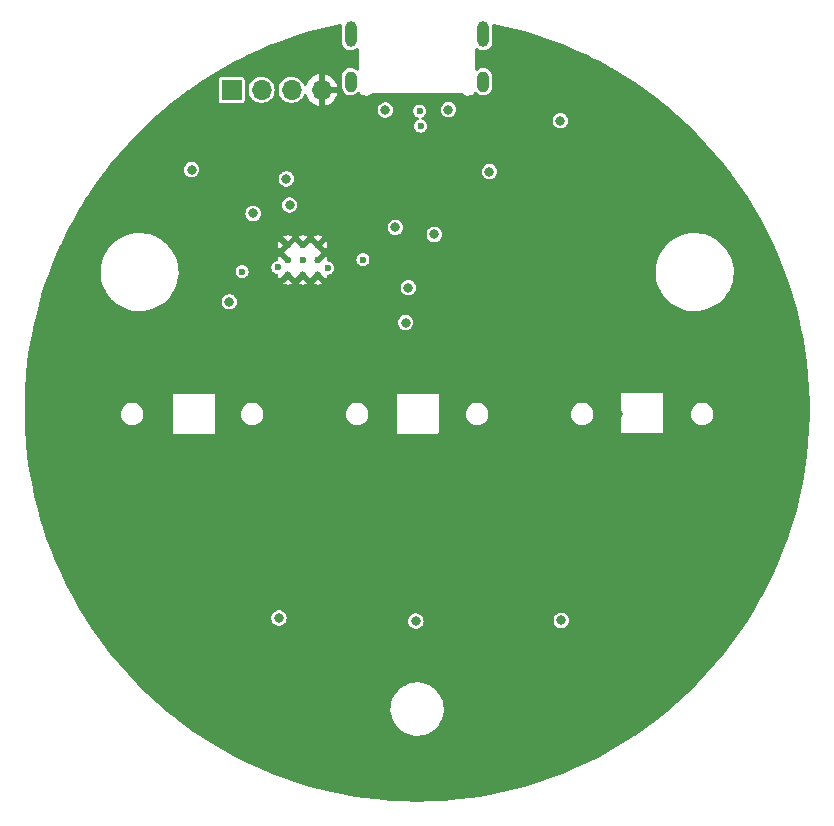
<source format=gbr>
%TF.GenerationSoftware,KiCad,Pcbnew,(7.0.0-0)*%
%TF.CreationDate,2023-04-23T11:11:57-05:00*%
%TF.ProjectId,RP2040_minimal,52503230-3430-45f6-9d69-6e696d616c2e,REV1*%
%TF.SameCoordinates,Original*%
%TF.FileFunction,Copper,L3,Inr*%
%TF.FilePolarity,Positive*%
%FSLAX46Y46*%
G04 Gerber Fmt 4.6, Leading zero omitted, Abs format (unit mm)*
G04 Created by KiCad (PCBNEW (7.0.0-0)) date 2023-04-23 11:11:57*
%MOMM*%
%LPD*%
G01*
G04 APERTURE LIST*
%TA.AperFunction,ComponentPad*%
%ADD10O,1.000000X1.800000*%
%TD*%
%TA.AperFunction,ComponentPad*%
%ADD11O,1.000000X2.200000*%
%TD*%
%TA.AperFunction,ComponentPad*%
%ADD12C,0.600000*%
%TD*%
%TA.AperFunction,ComponentPad*%
%ADD13R,1.700000X1.700000*%
%TD*%
%TA.AperFunction,ComponentPad*%
%ADD14O,1.700000X1.700000*%
%TD*%
%TA.AperFunction,ViaPad*%
%ADD15C,0.800000*%
%TD*%
%TA.AperFunction,ViaPad*%
%ADD16C,0.600000*%
%TD*%
G04 APERTURE END LIST*
D10*
%TO.N,unconnected-(P1-SHIELD-PadS1)*%
%TO.C,P1*%
X5619999Y28119999D03*
D11*
X5619999Y32119999D03*
D10*
X-5619999Y28119999D03*
D11*
X-5619999Y32119999D03*
%TD*%
D12*
%TO.N,GND*%
%TO.C,U3*%
X-8407662Y14297000D03*
X-9682662Y14297000D03*
X-10957662Y14297000D03*
X-8407662Y13022000D03*
X-9682662Y13022000D03*
X-10957662Y13022000D03*
X-8407662Y11747000D03*
X-9682662Y11747000D03*
X-10957662Y11747000D03*
%TD*%
D13*
%TO.N,+3V3*%
%TO.C,J1*%
X-15709999Y27419999D03*
D14*
%TO.N,SWCLK*%
X-13169999Y27419999D03*
%TO.N,SWDIO*%
X-10629999Y27419999D03*
%TO.N,GND*%
X-8089999Y27419999D03*
%TD*%
D15*
%TO.N,GND*%
X-16330000Y15420000D03*
X32166000Y-2706000D03*
X32166000Y-706000D03*
X32166000Y1294000D03*
X32166000Y3294000D03*
X30166000Y-10706000D03*
X30166000Y-8706000D03*
X30166000Y-6706000D03*
X30166000Y-4706000D03*
X30166000Y-2706000D03*
X30166000Y-706000D03*
X30166000Y1294000D03*
X30166000Y3294000D03*
X30166000Y5294000D03*
X30166000Y7294000D03*
X30166000Y9294000D03*
X30166000Y11294000D03*
X28166000Y-14706000D03*
X28166000Y-12706000D03*
X28166000Y-10706000D03*
X26166000Y-18706000D03*
X26166000Y-12706000D03*
X26166000Y-6706000D03*
X26166000Y-2706000D03*
X26166000Y5294000D03*
X26166000Y7294000D03*
X26166000Y19294000D03*
X24166000Y-20706000D03*
X24166000Y-8706000D03*
X24166000Y3294000D03*
X24166000Y7294000D03*
X24166000Y21294000D03*
X22166000Y-22706000D03*
X22166000Y-10706000D03*
X22166000Y3294000D03*
X22166000Y5294000D03*
X22166000Y21294000D03*
X22166000Y23294000D03*
X20166000Y-24706000D03*
X20166000Y-12706000D03*
X20166000Y-10706000D03*
X20166000Y3294000D03*
X20166000Y5294000D03*
X20166000Y9294000D03*
X20166000Y15294000D03*
X20166000Y21294000D03*
X20166000Y23294000D03*
X20166000Y25294000D03*
X18166000Y-20706000D03*
X18166000Y-18706000D03*
X18166000Y-12706000D03*
X18166000Y-6706000D03*
X18166000Y-4706000D03*
X18166000Y5294000D03*
X18166000Y9294000D03*
X18166000Y11294000D03*
X18166000Y13294000D03*
X18166000Y15294000D03*
X18166000Y25294000D03*
X16166000Y-22706000D03*
X16166000Y-20706000D03*
X16166000Y-18706000D03*
X16166000Y-16706000D03*
X16166000Y-14706000D03*
X16166000Y-12706000D03*
X16166000Y5294000D03*
X16166000Y9294000D03*
X16166000Y11294000D03*
X16166000Y13294000D03*
X16166000Y15294000D03*
X16166000Y25294000D03*
X16166000Y27294000D03*
X14166000Y-28706000D03*
X14166000Y-24706000D03*
X14166000Y-22706000D03*
X14166000Y-18706000D03*
X14166000Y-14706000D03*
X14166000Y-12706000D03*
X14166000Y-6706000D03*
X14166000Y-4706000D03*
X14166000Y5294000D03*
X14166000Y13294000D03*
X14166000Y15294000D03*
X14166000Y17294000D03*
X14166000Y23294000D03*
X14166000Y27294000D03*
X14166000Y29294000D03*
X12166000Y-28706000D03*
X12166000Y-24706000D03*
X12166000Y-14706000D03*
X12166000Y-12706000D03*
X12166000Y-8706000D03*
X12166000Y-6706000D03*
X12166000Y-4706000D03*
X12166000Y-706000D03*
X12166000Y1294000D03*
X12166000Y5294000D03*
X12166000Y13294000D03*
X12166000Y15294000D03*
X12166000Y27294000D03*
X12166000Y29294000D03*
X10166000Y-18706000D03*
X10166000Y-12706000D03*
X10166000Y-8706000D03*
X10166000Y-6706000D03*
X10166000Y-4706000D03*
X10166000Y-706000D03*
X10166000Y1294000D03*
X10166000Y27294000D03*
X10166000Y29294000D03*
X8166000Y-30706000D03*
X8166000Y-28706000D03*
X8166000Y-24706000D03*
X8166000Y-18706000D03*
X8166000Y-12706000D03*
X8166000Y-8706000D03*
X8166000Y-6706000D03*
X8166000Y-4706000D03*
X8166000Y-706000D03*
X8166000Y1294000D03*
X8166000Y25294000D03*
X8166000Y27294000D03*
X8166000Y29294000D03*
X8166000Y31294000D03*
X6166000Y-30706000D03*
X6166000Y-22706000D03*
X6166000Y-8706000D03*
X6166000Y-6706000D03*
X6166000Y-4706000D03*
X4166000Y-30706000D03*
X4166000Y-18706000D03*
X4166000Y-16706000D03*
X4166000Y-12706000D03*
X4166000Y-8706000D03*
X4166000Y5294000D03*
X2166000Y-30706000D03*
X2166000Y-28706000D03*
X2166000Y-18706000D03*
X2166000Y-12706000D03*
X2166000Y5294000D03*
X166000Y-30706000D03*
X166000Y-28706000D03*
X166000Y-12706000D03*
X166000Y-6706000D03*
X166000Y-4706000D03*
X166000Y5294000D03*
X-1834000Y-30706000D03*
X-1834000Y-28706000D03*
X-1834000Y-18706000D03*
X-1834000Y-12706000D03*
X-1834000Y5294000D03*
X-3834000Y-30706000D03*
X-3834000Y-18706000D03*
X-3834000Y-12706000D03*
X-3834000Y1294000D03*
X-3834000Y5294000D03*
X-5834000Y-30706000D03*
X-5834000Y-6706000D03*
X-5834000Y-4706000D03*
X-5834000Y5294000D03*
X-7834000Y-30706000D03*
X-7834000Y-28706000D03*
X-7834000Y-24706000D03*
X-7834000Y-20706000D03*
X-7834000Y-18706000D03*
X-7834000Y-16706000D03*
X-7834000Y-12706000D03*
X-7834000Y-8706000D03*
X-7834000Y-6706000D03*
X-7834000Y-4706000D03*
X-7834000Y-706000D03*
X-7834000Y1294000D03*
X-7834000Y29294000D03*
X-7834000Y31294000D03*
X-9834000Y-22706000D03*
X-9834000Y-18706000D03*
X-9834000Y-12706000D03*
X-9834000Y-8706000D03*
X-9834000Y-6706000D03*
X-9834000Y-4706000D03*
X-9834000Y-706000D03*
X-9834000Y1294000D03*
X-9834000Y3294000D03*
X-9834000Y29294000D03*
X-9834000Y31294000D03*
X-11834000Y-28706000D03*
X-11834000Y-24706000D03*
X-11834000Y-22706000D03*
X-11834000Y-12706000D03*
X-11834000Y-8706000D03*
X-11834000Y-6706000D03*
X-11834000Y-4706000D03*
X-11834000Y-706000D03*
X-11834000Y1294000D03*
X-11834000Y5294000D03*
X-13834000Y-28706000D03*
X-13834000Y-22706000D03*
X-13834000Y-18706000D03*
X-13834000Y-12706000D03*
X-13834000Y-8706000D03*
X-13834000Y-4706000D03*
X-13834000Y5294000D03*
X-15834000Y-26706000D03*
X-15834000Y-18706000D03*
X-15834000Y3294000D03*
X-15834000Y5294000D03*
X-15834000Y17294000D03*
X-17834000Y-24706000D03*
X-17834000Y-18706000D03*
X-17834000Y-2706000D03*
X-17834000Y3294000D03*
X-17834000Y5294000D03*
X-19834000Y-24706000D03*
X-19834000Y-22706000D03*
X-19834000Y-6706000D03*
X-19834000Y-4706000D03*
X-19834000Y-2706000D03*
X-19834000Y3294000D03*
X-19834000Y5294000D03*
X-21834000Y-22706000D03*
X-21834000Y-20706000D03*
X-21834000Y-2706000D03*
X-21834000Y3294000D03*
X-21834000Y17294000D03*
X-23834000Y-20706000D03*
X-23834000Y-2706000D03*
X-23834000Y7294000D03*
X-25834000Y-12706000D03*
X-25834000Y5294000D03*
X-25834000Y7294000D03*
X-27834000Y-14706000D03*
X-27834000Y-12706000D03*
X-27834000Y-10706000D03*
X-27834000Y-4706000D03*
X-27834000Y-2706000D03*
X-27834000Y-706000D03*
X-27834000Y1294000D03*
X-27834000Y3294000D03*
X-27834000Y5294000D03*
X-27834000Y7294000D03*
X-29834000Y-10706000D03*
X-29834000Y-8706000D03*
X-31834000Y-4706000D03*
X-31834000Y-2706000D03*
X-31834000Y-706000D03*
X-31834000Y1294000D03*
X-31834000Y3294000D03*
X-31834000Y5294000D03*
X-18560000Y8570000D03*
X-15270000Y8590000D03*
%TO.N,Net-(U3-RUN)*%
X-15900000Y9480000D03*
D16*
%TO.N,GND*%
X-9415162Y17709500D03*
D15*
X7322500Y8765000D03*
D16*
X-13280000Y17779500D03*
D15*
X-4120000Y25800000D03*
X-3270000Y24340000D03*
X-2110000Y0D03*
X-17288093Y17040000D03*
X8060000Y9855000D03*
X-14157162Y15220000D03*
X2450000Y860000D03*
D16*
X-3408750Y8050000D03*
D15*
X-20560000Y14850000D03*
X4781250Y14670000D03*
X-15600000Y-2400000D03*
X2370000Y8992500D03*
X6485000Y7730000D03*
X-11910000Y-20660000D03*
X5190531Y10667576D03*
X10020000Y8617500D03*
X-22990000Y-8670000D03*
X12937500Y10407500D03*
X4489898Y26525534D03*
X-4520741Y26532318D03*
X18140000Y-8540000D03*
X17046000Y0D03*
X-15030000Y20260000D03*
X4394000Y19990000D03*
X1470000Y18370000D03*
X9395000Y11792500D03*
X4040000Y-7140000D03*
X0Y-20600000D03*
D16*
X-3432752Y9720262D03*
X-3095000Y15760000D03*
D15*
X21590000Y840000D03*
X1900000Y22510000D03*
X-2613000Y22333000D03*
X-1650000Y21370000D03*
X11760000Y-23190000D03*
X9630000Y16810000D03*
X-6865000Y-23165000D03*
X-14985000Y-7210000D03*
X-19622360Y10920000D03*
X-890000Y-8640000D03*
X26085000Y-16545000D03*
D16*
X-6427662Y6643824D03*
D15*
X-4970000Y24970000D03*
D16*
X-1982662Y13072000D03*
D15*
X3800000Y25970000D03*
D16*
X-1765000Y9400000D03*
D15*
X-12290000Y24820000D03*
X5950000Y26300000D03*
X-8970000Y24540000D03*
D16*
X-3320000Y8820000D03*
D15*
X-15925000Y25000D03*
X-17260000Y24670000D03*
X4570000Y23140000D03*
X-21200000Y-10000D03*
X-12665000Y8000000D03*
X18600000Y20890000D03*
X-16460000Y12030000D03*
X12220000Y-20610000D03*
X-16900000Y-15400000D03*
X-21230000Y19040000D03*
X-6795000Y24580000D03*
X23080000Y-7140000D03*
%TO.N,VBUS*%
X2650000Y25750000D03*
X-2690000Y25720000D03*
%TO.N,BUTT0*%
X-11695000Y-17285000D03*
%TO.N,+5V*%
X12120000Y24810000D03*
X6120000Y20500000D03*
D16*
%TO.N,USB_D+*%
X210000Y25640000D03*
X303779Y24365500D03*
D15*
%TO.N,LED_D*%
X-13880000Y16960000D03*
%TO.N,BUTT1*%
X-110000Y-17540000D03*
%TO.N,BUTT2*%
X12202500Y-17490000D03*
D16*
%TO.N,+1V1*%
X-14821915Y12031916D03*
X-7582662Y12332000D03*
X-11792662Y12384500D03*
X-4592147Y13058202D03*
D15*
%TO.N,+3V3*%
X-980000Y7720000D03*
X-750000Y10670000D03*
X-11080000Y19890000D03*
X1450000Y15180000D03*
X-10800000Y17680000D03*
X-1840000Y15780000D03*
%TO.N,Net-(R7-Pad1)*%
X-19100000Y20670000D03*
%TD*%
%TA.AperFunction,Conductor*%
%TO.N,GND*%
G36*
X6841630Y32928140D02*
G01*
X6845759Y32927271D01*
X7960111Y32672643D01*
X7964226Y32671628D01*
X8751743Y32462838D01*
X9069137Y32378689D01*
X9073255Y32377521D01*
X10167407Y32046620D01*
X10171414Y32045332D01*
X11224882Y31686608D01*
X11253456Y31676878D01*
X11257486Y31675429D01*
X12326207Y31269835D01*
X12330144Y31268262D01*
X13384220Y30826029D01*
X13388064Y30824338D01*
X14426311Y30345960D01*
X14430094Y30344137D01*
X14803122Y30156392D01*
X15451127Y29830252D01*
X15454916Y29828263D01*
X15892438Y29588788D01*
X16457623Y29279437D01*
X16461324Y29277328D01*
X17177913Y28852326D01*
X17444483Y28694226D01*
X17448126Y28691979D01*
X18410552Y28075307D01*
X18414115Y28072936D01*
X19354666Y27423429D01*
X19358146Y27420937D01*
X20275767Y26739320D01*
X20279159Y26736708D01*
X20802101Y26319500D01*
X21169759Y26026179D01*
X21172670Y26023857D01*
X21175969Y26021131D01*
X22044372Y25277844D01*
X22047575Y25275005D01*
X22889784Y24502211D01*
X22892888Y24499263D01*
X23128870Y24267229D01*
X23575460Y23828109D01*
X23707950Y23697836D01*
X23710949Y23694782D01*
X24497838Y22865731D01*
X24500731Y22862577D01*
X25258556Y22006841D01*
X25261338Y22003588D01*
X25989171Y21122215D01*
X25991839Y21118868D01*
X26228919Y20810700D01*
X26580937Y20353130D01*
X26688818Y20212902D01*
X26691361Y20209476D01*
X26947736Y19851295D01*
X27356664Y19279984D01*
X27359095Y19276461D01*
X27991918Y18324567D01*
X27994226Y18320962D01*
X28333528Y17770259D01*
X28593830Y17347775D01*
X28596006Y17344103D01*
X29161653Y16350824D01*
X29163706Y16347069D01*
X29694728Y15334872D01*
X29696651Y15331048D01*
X30192427Y14301117D01*
X30194217Y14297229D01*
X30654163Y13250774D01*
X30655817Y13246826D01*
X31079359Y12185156D01*
X31080874Y12181158D01*
X31082863Y12175625D01*
X31467521Y11105504D01*
X31468899Y11101451D01*
X31818204Y10013054D01*
X31819442Y10008957D01*
X32130968Y8909177D01*
X32132063Y8905039D01*
X32405441Y7795178D01*
X32406393Y7791005D01*
X32535286Y7177229D01*
X32638294Y6686710D01*
X32641312Y6672341D01*
X32642119Y6668137D01*
X32838281Y5542069D01*
X32838943Y5537841D01*
X32996131Y4405625D01*
X32996646Y4401376D01*
X33114658Y3264467D01*
X33115027Y3260202D01*
X33193733Y2119848D01*
X33193954Y2115574D01*
X33233256Y973190D01*
X33233329Y968910D01*
X33233180Y-174117D01*
X33233106Y-178397D01*
X33193506Y-1320801D01*
X33193283Y-1325075D01*
X33114284Y-2465347D01*
X33113915Y-2469612D01*
X32995602Y-3606525D01*
X32995086Y-3610774D01*
X32837604Y-4742945D01*
X32836941Y-4747173D01*
X32640481Y-5873218D01*
X32639672Y-5877422D01*
X32404473Y-6995975D01*
X32403521Y-7000147D01*
X32129841Y-8109985D01*
X32128744Y-8114123D01*
X31816940Y-9213795D01*
X31815702Y-9217892D01*
X31466110Y-10306207D01*
X31464730Y-10310259D01*
X31077808Y-11385799D01*
X31076290Y-11389801D01*
X30652468Y-12451370D01*
X30650813Y-12455317D01*
X30190599Y-13501643D01*
X30188808Y-13505531D01*
X29692764Y-14535332D01*
X29690840Y-14539156D01*
X29159548Y-15551226D01*
X29157494Y-15554980D01*
X28591589Y-16548112D01*
X28589406Y-16551794D01*
X27989553Y-17524814D01*
X27987244Y-17528418D01*
X27354183Y-18480134D01*
X27351751Y-18483657D01*
X26686203Y-19412978D01*
X26683651Y-19416414D01*
X25986449Y-20322183D01*
X25983780Y-20325530D01*
X25255719Y-21206712D01*
X25252937Y-21209964D01*
X24494874Y-22065520D01*
X24491980Y-22068674D01*
X23704862Y-22897534D01*
X23701861Y-22900586D01*
X22886618Y-23701772D01*
X22883514Y-23704719D01*
X22041106Y-24477293D01*
X22037902Y-24480132D01*
X21169289Y-25223207D01*
X21165989Y-25225932D01*
X20272306Y-25938538D01*
X20268914Y-25941149D01*
X19351134Y-26622514D01*
X19347654Y-26625006D01*
X18406901Y-27274291D01*
X18403337Y-27276661D01*
X17440729Y-27893096D01*
X17437085Y-27895341D01*
X16453819Y-28478159D01*
X16450100Y-28480278D01*
X15447268Y-29028834D01*
X15443478Y-29030823D01*
X14422314Y-29544440D01*
X14418457Y-29546297D01*
X13380194Y-30024354D01*
X13376276Y-30026077D01*
X12322102Y-30468028D01*
X12318127Y-30469614D01*
X11249369Y-30874904D01*
X11245341Y-30876353D01*
X10163175Y-31244534D01*
X10159099Y-31245842D01*
X9064922Y-31576440D01*
X9060804Y-31577607D01*
X7955871Y-31870243D01*
X7951715Y-31871268D01*
X6837299Y-32125605D01*
X6833111Y-32126485D01*
X5710598Y-32342204D01*
X5706381Y-32342939D01*
X4577094Y-32519788D01*
X4572854Y-32520377D01*
X3438160Y-32658143D01*
X3433903Y-32658586D01*
X2295084Y-32757111D01*
X2290814Y-32757406D01*
X1149312Y-32816566D01*
X1145034Y-32816714D01*
X2148Y-32836443D01*
X-2132Y-32836443D01*
X-1145019Y-32816714D01*
X-1149297Y-32816566D01*
X-2290799Y-32757407D01*
X-2295069Y-32757112D01*
X-3433888Y-32658587D01*
X-3438145Y-32658144D01*
X-4572839Y-32520378D01*
X-4577079Y-32519789D01*
X-5706371Y-32342940D01*
X-5710580Y-32342206D01*
X-6360149Y-32217375D01*
X-6833090Y-32126488D01*
X-6837278Y-32125608D01*
X-7951700Y-31871270D01*
X-7955856Y-31870245D01*
X-9060789Y-31577609D01*
X-9064907Y-31576442D01*
X-10159084Y-31245845D01*
X-10163160Y-31244537D01*
X-11245326Y-30876356D01*
X-11249354Y-30874907D01*
X-12318113Y-30469617D01*
X-12322088Y-30468031D01*
X-13376262Y-30026080D01*
X-13380180Y-30024357D01*
X-14418442Y-29546300D01*
X-14422299Y-29544443D01*
X-15443464Y-29030827D01*
X-15447254Y-29028838D01*
X-16450086Y-28480282D01*
X-16453805Y-28478163D01*
X-17437071Y-27895345D01*
X-17440715Y-27893100D01*
X-18403323Y-27276665D01*
X-18406887Y-27274295D01*
X-19188589Y-26734784D01*
X-19347647Y-26625006D01*
X-19351120Y-26622519D01*
X-19424513Y-26568032D01*
X-20081591Y-26080214D01*
X-20268901Y-25941154D01*
X-20272293Y-25938543D01*
X-21165976Y-25225937D01*
X-21169276Y-25223212D01*
X-21342096Y-25075369D01*
X-2254277Y-25075369D01*
X-2253863Y-25079490D01*
X-2253862Y-25079501D01*
X-2224534Y-25371034D01*
X-2224533Y-25371044D01*
X-2224118Y-25375162D01*
X-2154269Y-25668261D01*
X-2045977Y-25949434D01*
X-2043993Y-25953055D01*
X-2043987Y-25953067D01*
X-1974308Y-26080214D01*
X-1901175Y-26213665D01*
X-1898719Y-26216998D01*
X-1898716Y-26217003D01*
X-1807278Y-26341103D01*
X-1722446Y-26456238D01*
X-1512980Y-26672824D01*
X-1393263Y-26767363D01*
X-1279770Y-26856988D01*
X-1279766Y-26856990D01*
X-1276515Y-26859558D01*
X-1017270Y-27013109D01*
X-1013466Y-27014722D01*
X-1013462Y-27014724D01*
X-908422Y-27059264D01*
X-739872Y-27130736D01*
X-449271Y-27210340D01*
X-150653Y-27250500D01*
X73162Y-27250500D01*
X75244Y-27250500D01*
X300634Y-27235412D01*
X595903Y-27175396D01*
X880537Y-27076560D01*
X1149459Y-26940668D01*
X1397869Y-26770144D01*
X1621333Y-26568032D01*
X1815865Y-26337939D01*
X1977993Y-26083970D01*
X2104823Y-25810658D01*
X2194093Y-25522879D01*
X2244209Y-25225770D01*
X2254277Y-24924631D01*
X2224118Y-24624838D01*
X2154269Y-24331739D01*
X2045977Y-24050566D01*
X1901175Y-23786335D01*
X1722446Y-23543762D01*
X1512980Y-23327176D01*
X1386770Y-23227509D01*
X1279769Y-23143011D01*
X1279762Y-23143006D01*
X1276515Y-23140442D01*
X1272954Y-23138332D01*
X1272947Y-23138328D01*
X1020831Y-22989000D01*
X1020828Y-22988998D01*
X1017270Y-22986891D01*
X1013471Y-22985280D01*
X1013461Y-22985275D01*
X743681Y-22870879D01*
X743678Y-22870878D01*
X739872Y-22869264D01*
X735885Y-22868172D01*
X735877Y-22868169D01*
X453278Y-22790757D01*
X453269Y-22790755D01*
X449271Y-22789660D01*
X445164Y-22789107D01*
X445156Y-22789106D01*
X154754Y-22750051D01*
X154746Y-22750050D01*
X150653Y-22749500D01*
X-75244Y-22749500D01*
X-77318Y-22749638D01*
X-77323Y-22749639D01*
X-296502Y-22764311D01*
X-296508Y-22764311D01*
X-300634Y-22764588D01*
X-304691Y-22765412D01*
X-304694Y-22765413D01*
X-591835Y-22823777D01*
X-591838Y-22823777D01*
X-595903Y-22824604D01*
X-599817Y-22825963D01*
X-599824Y-22825965D01*
X-876625Y-22922081D01*
X-876633Y-22922084D01*
X-880537Y-22923440D01*
X-884229Y-22925305D01*
X-884237Y-22925309D01*
X-1145758Y-23057461D01*
X-1145768Y-23057466D01*
X-1149459Y-23059332D01*
X-1152870Y-23061672D01*
X-1152876Y-23061677D01*
X-1394452Y-23227509D01*
X-1394466Y-23227519D01*
X-1397869Y-23229856D01*
X-1400934Y-23232627D01*
X-1400944Y-23232636D01*
X-1618259Y-23429187D01*
X-1618265Y-23429192D01*
X-1621333Y-23431968D01*
X-1624002Y-23435123D01*
X-1624009Y-23435132D01*
X-1813190Y-23658896D01*
X-1813196Y-23658903D01*
X-1815865Y-23662061D01*
X-1818088Y-23665542D01*
X-1818096Y-23665554D01*
X-1975767Y-23912542D01*
X-1975771Y-23912549D01*
X-1977993Y-23916030D01*
X-1979733Y-23919779D01*
X-1979736Y-23919785D01*
X-2103078Y-24185580D01*
X-2103082Y-24185589D01*
X-2104823Y-24189342D01*
X-2106049Y-24193291D01*
X-2106051Y-24193299D01*
X-2192866Y-24473165D01*
X-2194093Y-24477121D01*
X-2194782Y-24481199D01*
X-2194782Y-24481204D01*
X-2219010Y-24624838D01*
X-2244209Y-24774230D01*
X-2244347Y-24778353D01*
X-2244348Y-24778365D01*
X-2254139Y-25071222D01*
X-2254139Y-25071231D01*
X-2254277Y-25075369D01*
X-21342096Y-25075369D01*
X-22037889Y-24480137D01*
X-22041093Y-24477298D01*
X-22883487Y-23704739D01*
X-22886592Y-23701792D01*
X-23270394Y-23324607D01*
X-23701871Y-22900569D01*
X-23704863Y-22897525D01*
X-23731701Y-22869264D01*
X-24491977Y-22068670D01*
X-24494862Y-22065525D01*
X-25252925Y-21209970D01*
X-25255707Y-21206718D01*
X-25983768Y-20325537D01*
X-25986437Y-20322190D01*
X-26683640Y-19416420D01*
X-26686192Y-19412984D01*
X-26874157Y-19150524D01*
X-27351743Y-18483657D01*
X-27354162Y-18480154D01*
X-27571981Y-18152696D01*
X-27987243Y-17528410D01*
X-27989551Y-17524807D01*
X-28036388Y-17448832D01*
X-28137388Y-17285000D01*
X-12350278Y-17285000D01*
X-12349374Y-17292445D01*
X-12332142Y-17434370D01*
X-12332141Y-17434375D01*
X-12331237Y-17441818D01*
X-12328578Y-17448831D01*
X-12328577Y-17448832D01*
X-12298397Y-17528412D01*
X-12275220Y-17589523D01*
X-12185483Y-17719530D01*
X-12179874Y-17724499D01*
X-12179873Y-17724500D01*
X-12100833Y-17794523D01*
X-12067240Y-17824283D01*
X-11927365Y-17897696D01*
X-11843530Y-17918359D01*
X-11798329Y-17929500D01*
X-11773985Y-17935500D01*
X-11623515Y-17935500D01*
X-11616015Y-17935500D01*
X-11462635Y-17897696D01*
X-11322760Y-17824283D01*
X-11204517Y-17719530D01*
X-11114780Y-17589523D01*
X-11095998Y-17540000D01*
X-765278Y-17540000D01*
X-764374Y-17547445D01*
X-747142Y-17689370D01*
X-747141Y-17689375D01*
X-746237Y-17696818D01*
X-743578Y-17703831D01*
X-743577Y-17703832D01*
X-696574Y-17827771D01*
X-690220Y-17844523D01*
X-685957Y-17850699D01*
X-627424Y-17935500D01*
X-600483Y-17974530D01*
X-482240Y-18079283D01*
X-342365Y-18152696D01*
X-188985Y-18190500D01*
X-38515Y-18190500D01*
X-31015Y-18190500D01*
X122365Y-18152696D01*
X262240Y-18079283D01*
X380483Y-17974530D01*
X470220Y-17844523D01*
X526237Y-17696818D01*
X545278Y-17540000D01*
X539207Y-17490000D01*
X11547222Y-17490000D01*
X11548126Y-17497445D01*
X11565358Y-17639370D01*
X11565359Y-17639375D01*
X11566263Y-17646818D01*
X11568922Y-17653831D01*
X11568923Y-17653832D01*
X11591498Y-17713359D01*
X11622280Y-17794523D01*
X11626543Y-17800699D01*
X11691088Y-17894210D01*
X11712017Y-17924530D01*
X11830260Y-18029283D01*
X11970135Y-18102696D01*
X12123515Y-18140500D01*
X12273985Y-18140500D01*
X12281485Y-18140500D01*
X12434865Y-18102696D01*
X12574740Y-18029283D01*
X12692983Y-17924530D01*
X12782720Y-17794523D01*
X12838737Y-17646818D01*
X12857778Y-17490000D01*
X12838737Y-17333182D01*
X12782720Y-17185477D01*
X12692983Y-17055470D01*
X12616253Y-16987494D01*
X12580356Y-16955692D01*
X12580354Y-16955690D01*
X12574740Y-16950717D01*
X12568095Y-16947229D01*
X12568093Y-16947228D01*
X12441506Y-16880789D01*
X12441502Y-16880787D01*
X12434865Y-16877304D01*
X12427587Y-16875510D01*
X12427584Y-16875509D01*
X12288767Y-16841294D01*
X12288760Y-16841293D01*
X12281485Y-16839500D01*
X12123515Y-16839500D01*
X12116240Y-16841292D01*
X12116232Y-16841294D01*
X11977415Y-16875509D01*
X11977409Y-16875510D01*
X11970135Y-16877304D01*
X11963500Y-16880786D01*
X11963493Y-16880789D01*
X11836906Y-16947228D01*
X11836900Y-16947231D01*
X11830260Y-16950717D01*
X11824648Y-16955687D01*
X11824643Y-16955692D01*
X11717627Y-17050499D01*
X11717622Y-17050503D01*
X11712017Y-17055470D01*
X11707762Y-17061634D01*
X11707757Y-17061640D01*
X11626543Y-17179300D01*
X11626540Y-17179303D01*
X11622280Y-17185477D01*
X11619620Y-17192488D01*
X11619618Y-17192494D01*
X11581712Y-17292445D01*
X11566263Y-17333182D01*
X11565359Y-17340622D01*
X11565358Y-17340629D01*
X11548570Y-17478896D01*
X11547222Y-17490000D01*
X539207Y-17490000D01*
X526237Y-17383182D01*
X470220Y-17235477D01*
X380483Y-17105470D01*
X262240Y-17000717D01*
X255595Y-16997229D01*
X255593Y-16997228D01*
X129006Y-16930789D01*
X129002Y-16930787D01*
X122365Y-16927304D01*
X115087Y-16925510D01*
X115084Y-16925509D01*
X-23733Y-16891294D01*
X-23740Y-16891293D01*
X-31015Y-16889500D01*
X-188985Y-16889500D01*
X-196260Y-16891292D01*
X-196268Y-16891294D01*
X-335085Y-16925509D01*
X-335091Y-16925510D01*
X-342365Y-16927304D01*
X-349000Y-16930786D01*
X-349007Y-16930789D01*
X-475594Y-16997228D01*
X-475600Y-16997231D01*
X-482240Y-17000717D01*
X-487852Y-17005687D01*
X-487857Y-17005692D01*
X-594873Y-17100499D01*
X-594878Y-17100503D01*
X-600483Y-17105470D01*
X-604738Y-17111634D01*
X-604743Y-17111640D01*
X-685957Y-17229300D01*
X-685960Y-17229303D01*
X-690220Y-17235477D01*
X-692880Y-17242488D01*
X-692882Y-17242494D01*
X-727275Y-17333182D01*
X-746237Y-17383182D01*
X-747141Y-17390622D01*
X-747142Y-17390629D01*
X-758303Y-17482555D01*
X-765278Y-17540000D01*
X-11095998Y-17540000D01*
X-11058763Y-17441818D01*
X-11039722Y-17285000D01*
X-11058763Y-17128182D01*
X-11114780Y-16980477D01*
X-11204517Y-16850470D01*
X-11322760Y-16745717D01*
X-11329405Y-16742229D01*
X-11329407Y-16742228D01*
X-11455994Y-16675789D01*
X-11455998Y-16675787D01*
X-11462635Y-16672304D01*
X-11469913Y-16670510D01*
X-11469916Y-16670509D01*
X-11608733Y-16636294D01*
X-11608740Y-16636293D01*
X-11616015Y-16634500D01*
X-11773985Y-16634500D01*
X-11781260Y-16636292D01*
X-11781268Y-16636294D01*
X-11920085Y-16670509D01*
X-11920091Y-16670510D01*
X-11927365Y-16672304D01*
X-11934000Y-16675786D01*
X-11934007Y-16675789D01*
X-12060594Y-16742228D01*
X-12060600Y-16742231D01*
X-12067240Y-16745717D01*
X-12072852Y-16750687D01*
X-12072857Y-16750692D01*
X-12179873Y-16845499D01*
X-12179878Y-16845503D01*
X-12185483Y-16850470D01*
X-12189738Y-16856634D01*
X-12189743Y-16856640D01*
X-12270957Y-16974300D01*
X-12270960Y-16974303D01*
X-12275220Y-16980477D01*
X-12277880Y-16987488D01*
X-12277882Y-16987494D01*
X-12328577Y-17121167D01*
X-12331237Y-17128182D01*
X-12332141Y-17135622D01*
X-12332142Y-17135629D01*
X-12337444Y-17179300D01*
X-12350278Y-17285000D01*
X-28137388Y-17285000D01*
X-28589405Y-16551784D01*
X-28591578Y-16548119D01*
X-29157483Y-15554987D01*
X-29159537Y-15551233D01*
X-29690829Y-14539163D01*
X-29692753Y-14535339D01*
X-30188797Y-13505539D01*
X-30190588Y-13501651D01*
X-30190592Y-13501643D01*
X-30650803Y-12455325D01*
X-30652458Y-12451378D01*
X-31033415Y-11497174D01*
X-31076286Y-11389794D01*
X-31077798Y-11385807D01*
X-31464721Y-10310266D01*
X-31466101Y-10306214D01*
X-31786567Y-9308568D01*
X-31815700Y-9217875D01*
X-31816930Y-9213803D01*
X-31816932Y-9213795D01*
X-32128743Y-8114103D01*
X-32129825Y-8110021D01*
X-32403516Y-7000141D01*
X-32404464Y-6995983D01*
X-32639668Y-5877404D01*
X-32640472Y-5873226D01*
X-32836933Y-4747181D01*
X-32837596Y-4742953D01*
X-32995078Y-3610782D01*
X-32995594Y-3606533D01*
X-32995595Y-3606525D01*
X-33113912Y-2469569D01*
X-33114272Y-2465407D01*
X-33193278Y-1325037D01*
X-33193496Y-1320854D01*
X-33233100Y-178364D01*
X-33233173Y-174166D01*
X-33233189Y-48390D01*
X-25084176Y-48390D01*
X-25083225Y-54602D01*
X-25083224Y-54608D01*
X-25055856Y-233259D01*
X-25055854Y-233267D01*
X-25054903Y-239474D01*
X-25052722Y-245364D01*
X-25052720Y-245370D01*
X-25022960Y-325722D01*
X-24987764Y-420753D01*
X-24984438Y-426089D01*
X-24984436Y-426093D01*
X-24931919Y-510350D01*
X-24885509Y-584807D01*
X-24752323Y-724919D01*
X-24593658Y-835353D01*
X-24416012Y-911587D01*
X-24226656Y-950500D01*
X-24084936Y-950500D01*
X-24081794Y-950500D01*
X-23937679Y-935845D01*
X-23753232Y-877974D01*
X-23584209Y-784159D01*
X-23437532Y-658240D01*
X-23319204Y-505373D01*
X-23234070Y-331816D01*
X-23185615Y-144674D01*
X-23175824Y48390D01*
X-23205097Y239474D01*
X-23272236Y420753D01*
X-23324980Y505373D01*
X-23371165Y579471D01*
X-23371166Y579472D01*
X-23374491Y584807D01*
X-23507677Y724919D01*
X-23666342Y835353D01*
X-23672116Y837831D01*
X-23672118Y837832D01*
X-23838214Y909109D01*
X-23838213Y909109D01*
X-23843988Y911587D01*
X-23850142Y912852D01*
X-23850143Y912852D01*
X-24027186Y949235D01*
X-24027191Y949236D01*
X-24033344Y950500D01*
X-24178206Y950500D01*
X-24181317Y950184D01*
X-24181330Y950183D01*
X-24316069Y936481D01*
X-24316072Y936481D01*
X-24322321Y935845D01*
X-24328319Y933964D01*
X-24328320Y933963D01*
X-24500765Y879858D01*
X-24500770Y879857D01*
X-24506768Y877974D01*
X-24512264Y874924D01*
X-24512270Y874921D01*
X-24670292Y787212D01*
X-24670298Y787208D01*
X-24675791Y784159D01*
X-24680556Y780070D01*
X-24680561Y780065D01*
X-24817700Y662334D01*
X-24817705Y662330D01*
X-24822468Y658240D01*
X-24826311Y653276D01*
X-24826318Y653268D01*
X-24936943Y510351D01*
X-24940796Y505373D01*
X-24943564Y499732D01*
X-24943568Y499724D01*
X-25023160Y337464D01*
X-25025930Y331816D01*
X-25027507Y325727D01*
X-25027508Y325723D01*
X-25051448Y233260D01*
X-25074385Y144674D01*
X-25074704Y138394D01*
X-25074704Y138390D01*
X-25083858Y-42108D01*
X-25083858Y-42113D01*
X-25084176Y-48390D01*
X-33233189Y-48390D01*
X-33233322Y968919D01*
X-33233249Y973182D01*
X-33208932Y1680000D01*
X-20630000Y1680000D01*
X-20630000Y-1650000D01*
X-20560000Y-1720000D01*
X-17232211Y-1720000D01*
X-17220000Y-1720000D01*
X-17110000Y-1610000D01*
X-17110000Y-48390D01*
X-14924176Y-48390D01*
X-14923225Y-54602D01*
X-14923224Y-54608D01*
X-14895856Y-233259D01*
X-14895854Y-233267D01*
X-14894903Y-239474D01*
X-14892722Y-245364D01*
X-14892720Y-245370D01*
X-14862960Y-325722D01*
X-14827764Y-420753D01*
X-14824438Y-426089D01*
X-14824436Y-426093D01*
X-14771919Y-510350D01*
X-14725509Y-584807D01*
X-14592323Y-724919D01*
X-14433658Y-835353D01*
X-14256012Y-911587D01*
X-14066656Y-950500D01*
X-13924936Y-950500D01*
X-13921794Y-950500D01*
X-13777679Y-935845D01*
X-13593232Y-877974D01*
X-13424209Y-784159D01*
X-13277532Y-658240D01*
X-13159204Y-505373D01*
X-13074070Y-331816D01*
X-13025615Y-144674D01*
X-13020732Y-48390D01*
X-6034176Y-48390D01*
X-6033225Y-54602D01*
X-6033224Y-54608D01*
X-6005856Y-233259D01*
X-6005854Y-233267D01*
X-6004903Y-239474D01*
X-6002722Y-245364D01*
X-6002720Y-245370D01*
X-5972960Y-325722D01*
X-5937764Y-420753D01*
X-5934438Y-426089D01*
X-5934436Y-426093D01*
X-5881919Y-510350D01*
X-5835509Y-584807D01*
X-5702323Y-724919D01*
X-5543658Y-835353D01*
X-5366012Y-911587D01*
X-5176656Y-950500D01*
X-5034936Y-950500D01*
X-5031794Y-950500D01*
X-4887679Y-935845D01*
X-4703232Y-877974D01*
X-4534209Y-784159D01*
X-4387532Y-658240D01*
X-4269204Y-505373D01*
X-4184070Y-331816D01*
X-4135615Y-144674D01*
X-4125824Y48390D01*
X-4155097Y239474D01*
X-4222236Y420753D01*
X-4274980Y505373D01*
X-4321165Y579471D01*
X-4321166Y579472D01*
X-4324491Y584807D01*
X-4457677Y724919D01*
X-4616342Y835353D01*
X-4622116Y837831D01*
X-4622118Y837832D01*
X-4788214Y909109D01*
X-4788213Y909109D01*
X-4793988Y911587D01*
X-4800142Y912852D01*
X-4800143Y912852D01*
X-4977186Y949235D01*
X-4977191Y949236D01*
X-4983344Y950500D01*
X-5128206Y950500D01*
X-5131317Y950184D01*
X-5131330Y950183D01*
X-5266069Y936481D01*
X-5266072Y936481D01*
X-5272321Y935845D01*
X-5278319Y933964D01*
X-5278320Y933963D01*
X-5450765Y879858D01*
X-5450770Y879857D01*
X-5456768Y877974D01*
X-5462264Y874924D01*
X-5462270Y874921D01*
X-5620292Y787212D01*
X-5620298Y787208D01*
X-5625791Y784159D01*
X-5630556Y780070D01*
X-5630561Y780065D01*
X-5767700Y662334D01*
X-5767705Y662330D01*
X-5772468Y658240D01*
X-5776311Y653276D01*
X-5776318Y653268D01*
X-5886943Y510351D01*
X-5890796Y505373D01*
X-5893564Y499732D01*
X-5893568Y499724D01*
X-5973160Y337464D01*
X-5975930Y331816D01*
X-5977507Y325727D01*
X-5977508Y325723D01*
X-6001448Y233260D01*
X-6024385Y144674D01*
X-6024704Y138394D01*
X-6024704Y138390D01*
X-6033858Y-42108D01*
X-6033858Y-42113D01*
X-6034176Y-48390D01*
X-13020732Y-48390D01*
X-13015824Y48390D01*
X-13045097Y239474D01*
X-13112236Y420753D01*
X-13164980Y505373D01*
X-13211165Y579471D01*
X-13211166Y579472D01*
X-13214491Y584807D01*
X-13347677Y724919D01*
X-13506342Y835353D01*
X-13512116Y837831D01*
X-13512118Y837832D01*
X-13678214Y909109D01*
X-13678213Y909109D01*
X-13683988Y911587D01*
X-13690142Y912852D01*
X-13690143Y912852D01*
X-13867186Y949235D01*
X-13867191Y949236D01*
X-13873344Y950500D01*
X-14018206Y950500D01*
X-14021317Y950184D01*
X-14021330Y950183D01*
X-14156069Y936481D01*
X-14156072Y936481D01*
X-14162321Y935845D01*
X-14168319Y933964D01*
X-14168320Y933963D01*
X-14340765Y879858D01*
X-14340770Y879857D01*
X-14346768Y877974D01*
X-14352264Y874924D01*
X-14352270Y874921D01*
X-14510292Y787212D01*
X-14510298Y787208D01*
X-14515791Y784159D01*
X-14520556Y780070D01*
X-14520561Y780065D01*
X-14657700Y662334D01*
X-14657705Y662330D01*
X-14662468Y658240D01*
X-14666311Y653276D01*
X-14666318Y653268D01*
X-14776943Y510351D01*
X-14780796Y505373D01*
X-14783564Y499732D01*
X-14783568Y499724D01*
X-14863160Y337464D01*
X-14865930Y331816D01*
X-14867507Y325727D01*
X-14867508Y325723D01*
X-14891448Y233260D01*
X-14914385Y144674D01*
X-14914704Y138394D01*
X-14914704Y138390D01*
X-14923858Y-42108D01*
X-14923858Y-42113D01*
X-14924176Y-48390D01*
X-17110000Y-48390D01*
X-17110000Y1670000D01*
X-17120000Y1680000D01*
X-20630000Y1680000D01*
X-33208932Y1680000D01*
X-33207900Y1710000D01*
X-1690000Y1710000D01*
X-1690000Y-1620000D01*
X-1620000Y-1690000D01*
X1707789Y-1690000D01*
X1720000Y-1690000D01*
X1830000Y-1580000D01*
X1830000Y-48390D01*
X4125824Y-48390D01*
X4126775Y-54602D01*
X4126776Y-54608D01*
X4154144Y-233259D01*
X4154146Y-233267D01*
X4155097Y-239474D01*
X4157278Y-245364D01*
X4157280Y-245370D01*
X4187040Y-325722D01*
X4222236Y-420753D01*
X4225562Y-426089D01*
X4225564Y-426093D01*
X4278081Y-510350D01*
X4324491Y-584807D01*
X4457677Y-724919D01*
X4616342Y-835353D01*
X4793988Y-911587D01*
X4983344Y-950500D01*
X5125064Y-950500D01*
X5128206Y-950500D01*
X5272321Y-935845D01*
X5456768Y-877974D01*
X5625791Y-784159D01*
X5772468Y-658240D01*
X5890796Y-505373D01*
X5975930Y-331816D01*
X6024385Y-144674D01*
X6029268Y-48390D01*
X13015824Y-48390D01*
X13016775Y-54602D01*
X13016776Y-54608D01*
X13044144Y-233259D01*
X13044146Y-233267D01*
X13045097Y-239474D01*
X13047278Y-245364D01*
X13047280Y-245370D01*
X13077040Y-325722D01*
X13112236Y-420753D01*
X13115562Y-426089D01*
X13115564Y-426093D01*
X13168081Y-510350D01*
X13214491Y-584807D01*
X13347677Y-724919D01*
X13506342Y-835353D01*
X13683988Y-911587D01*
X13873344Y-950500D01*
X14015064Y-950500D01*
X14018206Y-950500D01*
X14162321Y-935845D01*
X14346768Y-877974D01*
X14515791Y-784159D01*
X14662468Y-658240D01*
X14780796Y-505373D01*
X14865930Y-331816D01*
X14914385Y-144674D01*
X14924176Y48390D01*
X14894903Y239474D01*
X14827764Y420753D01*
X14775020Y505373D01*
X14728835Y579471D01*
X14728834Y579472D01*
X14725509Y584807D01*
X14592323Y724919D01*
X14433658Y835353D01*
X14427884Y837831D01*
X14427882Y837832D01*
X14261786Y909109D01*
X14261787Y909109D01*
X14256012Y911587D01*
X14249858Y912852D01*
X14249857Y912852D01*
X14072814Y949235D01*
X14072809Y949236D01*
X14066656Y950500D01*
X13921794Y950500D01*
X13918683Y950184D01*
X13918670Y950183D01*
X13783931Y936481D01*
X13783928Y936481D01*
X13777679Y935845D01*
X13771681Y933964D01*
X13771680Y933963D01*
X13599235Y879858D01*
X13599230Y879857D01*
X13593232Y877974D01*
X13587736Y874924D01*
X13587730Y874921D01*
X13429708Y787212D01*
X13429702Y787208D01*
X13424209Y784159D01*
X13419444Y780070D01*
X13419439Y780065D01*
X13282300Y662334D01*
X13282295Y662330D01*
X13277532Y658240D01*
X13273689Y653276D01*
X13273682Y653268D01*
X13163057Y510351D01*
X13159204Y505373D01*
X13156436Y499732D01*
X13156432Y499724D01*
X13076840Y337464D01*
X13074070Y331816D01*
X13072493Y325727D01*
X13072492Y325723D01*
X13048552Y233260D01*
X13025615Y144674D01*
X13025296Y138394D01*
X13025296Y138390D01*
X13016142Y-42108D01*
X13016142Y-42113D01*
X13015824Y-48390D01*
X6029268Y-48390D01*
X6034176Y48390D01*
X6004903Y239474D01*
X5937764Y420753D01*
X5885020Y505373D01*
X5838835Y579471D01*
X5838834Y579472D01*
X5835509Y584807D01*
X5702323Y724919D01*
X5543658Y835353D01*
X5537884Y837831D01*
X5537882Y837832D01*
X5371786Y909109D01*
X5371787Y909109D01*
X5366012Y911587D01*
X5359858Y912852D01*
X5359857Y912852D01*
X5182814Y949235D01*
X5182809Y949236D01*
X5176656Y950500D01*
X5031794Y950500D01*
X5028683Y950184D01*
X5028670Y950183D01*
X4893931Y936481D01*
X4893928Y936481D01*
X4887679Y935845D01*
X4881681Y933964D01*
X4881680Y933963D01*
X4709235Y879858D01*
X4709230Y879857D01*
X4703232Y877974D01*
X4697736Y874924D01*
X4697730Y874921D01*
X4539708Y787212D01*
X4539702Y787208D01*
X4534209Y784159D01*
X4529444Y780070D01*
X4529439Y780065D01*
X4392300Y662334D01*
X4392295Y662330D01*
X4387532Y658240D01*
X4383689Y653276D01*
X4383682Y653268D01*
X4273057Y510351D01*
X4269204Y505373D01*
X4266436Y499732D01*
X4266432Y499724D01*
X4186840Y337464D01*
X4184070Y331816D01*
X4182493Y325727D01*
X4182492Y325723D01*
X4158552Y233260D01*
X4135615Y144674D01*
X4135296Y138394D01*
X4135296Y138390D01*
X4126142Y-42108D01*
X4126142Y-42113D01*
X4125824Y-48390D01*
X1830000Y-48390D01*
X1830000Y1700000D01*
X1820000Y1710000D01*
X-1690000Y1710000D01*
X-33207900Y1710000D01*
X-33207212Y1730000D01*
X17290000Y1730000D01*
X17290000Y-1600000D01*
X17360000Y-1670000D01*
X20687789Y-1670000D01*
X20700000Y-1670000D01*
X20810000Y-1560000D01*
X20810000Y-48390D01*
X23175824Y-48390D01*
X23176775Y-54602D01*
X23176776Y-54608D01*
X23204144Y-233259D01*
X23204146Y-233267D01*
X23205097Y-239474D01*
X23207278Y-245364D01*
X23207280Y-245370D01*
X23237040Y-325722D01*
X23272236Y-420753D01*
X23275562Y-426089D01*
X23275564Y-426093D01*
X23328081Y-510350D01*
X23374491Y-584807D01*
X23507677Y-724919D01*
X23666342Y-835353D01*
X23843988Y-911587D01*
X24033344Y-950500D01*
X24175064Y-950500D01*
X24178206Y-950500D01*
X24322321Y-935845D01*
X24506768Y-877974D01*
X24675791Y-784159D01*
X24822468Y-658240D01*
X24940796Y-505373D01*
X25025930Y-331816D01*
X25074385Y-144674D01*
X25084176Y48390D01*
X25054903Y239474D01*
X24987764Y420753D01*
X24935020Y505373D01*
X24888835Y579471D01*
X24888834Y579472D01*
X24885509Y584807D01*
X24752323Y724919D01*
X24593658Y835353D01*
X24587884Y837831D01*
X24587882Y837832D01*
X24421786Y909109D01*
X24421787Y909109D01*
X24416012Y911587D01*
X24409858Y912852D01*
X24409857Y912852D01*
X24232814Y949235D01*
X24232809Y949236D01*
X24226656Y950500D01*
X24081794Y950500D01*
X24078683Y950184D01*
X24078670Y950183D01*
X23943931Y936481D01*
X23943928Y936481D01*
X23937679Y935845D01*
X23931681Y933964D01*
X23931680Y933963D01*
X23759235Y879858D01*
X23759230Y879857D01*
X23753232Y877974D01*
X23747736Y874924D01*
X23747730Y874921D01*
X23589708Y787212D01*
X23589702Y787208D01*
X23584209Y784159D01*
X23579444Y780070D01*
X23579439Y780065D01*
X23442300Y662334D01*
X23442295Y662330D01*
X23437532Y658240D01*
X23433689Y653276D01*
X23433682Y653268D01*
X23323057Y510351D01*
X23319204Y505373D01*
X23316436Y499732D01*
X23316432Y499724D01*
X23236840Y337464D01*
X23234070Y331816D01*
X23232493Y325727D01*
X23232492Y325723D01*
X23208552Y233260D01*
X23185615Y144674D01*
X23185296Y138394D01*
X23185296Y138390D01*
X23176142Y-42108D01*
X23176142Y-42113D01*
X23175824Y-48390D01*
X20810000Y-48390D01*
X20810000Y1720000D01*
X20800000Y1730000D01*
X17290000Y1730000D01*
X-33207212Y1730000D01*
X-33193946Y2115594D01*
X-33193726Y2119840D01*
X-33193725Y2119848D01*
X-33115016Y3260249D01*
X-33114656Y3264403D01*
X-32996635Y4401413D01*
X-32996131Y4405573D01*
X-32838933Y5537860D01*
X-32838275Y5542060D01*
X-32837182Y5548334D01*
X-32642102Y6668188D01*
X-32641318Y6672275D01*
X-32421298Y7720000D01*
X-1635278Y7720000D01*
X-1634374Y7712555D01*
X-1617142Y7570630D01*
X-1617141Y7570625D01*
X-1616237Y7563182D01*
X-1560220Y7415477D01*
X-1470483Y7285470D01*
X-1352240Y7180717D01*
X-1212365Y7107304D01*
X-1058985Y7069500D01*
X-908515Y7069500D01*
X-901015Y7069500D01*
X-747635Y7107304D01*
X-607760Y7180717D01*
X-489517Y7285470D01*
X-399780Y7415477D01*
X-343763Y7563182D01*
X-324722Y7720000D01*
X-343763Y7876818D01*
X-399780Y8024523D01*
X-489517Y8154530D01*
X-607760Y8259283D01*
X-614405Y8262771D01*
X-614407Y8262772D01*
X-740994Y8329211D01*
X-740998Y8329213D01*
X-747635Y8332696D01*
X-754913Y8334490D01*
X-754916Y8334491D01*
X-893733Y8368706D01*
X-893740Y8368707D01*
X-901015Y8370500D01*
X-1058985Y8370500D01*
X-1066260Y8368708D01*
X-1066268Y8368706D01*
X-1205085Y8334491D01*
X-1205091Y8334490D01*
X-1212365Y8332696D01*
X-1219000Y8329214D01*
X-1219007Y8329211D01*
X-1345594Y8262772D01*
X-1345600Y8262769D01*
X-1352240Y8259283D01*
X-1357852Y8254313D01*
X-1357857Y8254308D01*
X-1464873Y8159501D01*
X-1464878Y8159497D01*
X-1470483Y8154530D01*
X-1474738Y8148366D01*
X-1474743Y8148360D01*
X-1555957Y8030700D01*
X-1555960Y8030697D01*
X-1560220Y8024523D01*
X-1562880Y8017512D01*
X-1562882Y8017506D01*
X-1613577Y7883833D01*
X-1616237Y7876818D01*
X-1617141Y7869378D01*
X-1617142Y7869371D01*
X-1633930Y7731104D01*
X-1635278Y7720000D01*
X-32421298Y7720000D01*
X-32406385Y7791015D01*
X-32405436Y7795170D01*
X-32387159Y7869371D01*
X-32132045Y8905083D01*
X-32130977Y8909117D01*
X-31819430Y10008976D01*
X-31818199Y10013046D01*
X-31468894Y11101443D01*
X-31467516Y11105496D01*
X-31466076Y11109501D01*
X-31113246Y12091081D01*
X-26804264Y12091081D01*
X-26804170Y12087668D01*
X-26804170Y12087664D01*
X-26794324Y11730453D01*
X-26794323Y11730441D01*
X-26794229Y11727032D01*
X-26793762Y11723659D01*
X-26793760Y11723644D01*
X-26746371Y11381904D01*
X-26744207Y11366297D01*
X-26743372Y11362998D01*
X-26743370Y11362990D01*
X-26655642Y11016561D01*
X-26655640Y11016552D01*
X-26654804Y11013254D01*
X-26653607Y11010056D01*
X-26653606Y11010054D01*
X-26529075Y10677445D01*
X-26527106Y10672188D01*
X-26525561Y10669134D01*
X-26525560Y10669133D01*
X-26368767Y10359301D01*
X-26362663Y10347241D01*
X-26360789Y10344372D01*
X-26360788Y10344371D01*
X-26165340Y10045213D01*
X-26165333Y10045204D01*
X-26163472Y10042355D01*
X-25931949Y9761233D01*
X-25929506Y9758857D01*
X-25929501Y9758851D01*
X-25795418Y9628413D01*
X-25670906Y9507286D01*
X-25668211Y9505188D01*
X-25668207Y9505185D01*
X-25519617Y9389533D01*
X-25383511Y9283598D01*
X-25073253Y9092883D01*
X-24743898Y8937456D01*
X-24399443Y8819205D01*
X-24044071Y8739564D01*
X-23682094Y8699500D01*
X-23410731Y8699500D01*
X-23409028Y8699500D01*
X-23136366Y8714543D01*
X-22777145Y8774487D01*
X-22426700Y8873583D01*
X-22089282Y9010630D01*
X-21768989Y9183964D01*
X-21469708Y9391481D01*
X-21368067Y9480000D01*
X-16555278Y9480000D01*
X-16554374Y9472555D01*
X-16537142Y9330630D01*
X-16537141Y9330625D01*
X-16536237Y9323182D01*
X-16533578Y9316169D01*
X-16533577Y9316168D01*
X-16484178Y9185911D01*
X-16480220Y9175477D01*
X-16390483Y9045470D01*
X-16272240Y8940717D01*
X-16208223Y8907118D01*
X-16144329Y8873583D01*
X-16132365Y8867304D01*
X-15978985Y8829500D01*
X-15828515Y8829500D01*
X-15821015Y8829500D01*
X-15667635Y8867304D01*
X-15527760Y8940717D01*
X-15409517Y9045470D01*
X-15319780Y9175477D01*
X-15263763Y9323182D01*
X-15244722Y9480000D01*
X-15263763Y9636818D01*
X-15319780Y9784523D01*
X-15409517Y9914530D01*
X-15518437Y10011024D01*
X-15522144Y10014308D01*
X-15522146Y10014310D01*
X-15527760Y10019283D01*
X-15534405Y10022771D01*
X-15534407Y10022772D01*
X-15660994Y10089211D01*
X-15660998Y10089213D01*
X-15667635Y10092696D01*
X-15674913Y10094490D01*
X-15674916Y10094491D01*
X-15813733Y10128706D01*
X-15813740Y10128707D01*
X-15821015Y10130500D01*
X-15978985Y10130500D01*
X-15986260Y10128708D01*
X-15986268Y10128706D01*
X-16125085Y10094491D01*
X-16125091Y10094490D01*
X-16132365Y10092696D01*
X-16139000Y10089214D01*
X-16139007Y10089211D01*
X-16265594Y10022772D01*
X-16265600Y10022769D01*
X-16272240Y10019283D01*
X-16277852Y10014313D01*
X-16277857Y10014308D01*
X-16384873Y9919501D01*
X-16384878Y9919497D01*
X-16390483Y9914530D01*
X-16394738Y9908366D01*
X-16394743Y9908360D01*
X-16475957Y9790700D01*
X-16475960Y9790697D01*
X-16480220Y9784523D01*
X-16482880Y9777512D01*
X-16482882Y9777506D01*
X-16533577Y9643833D01*
X-16536237Y9636818D01*
X-16537141Y9629378D01*
X-16537142Y9629371D01*
X-16537258Y9628413D01*
X-16555278Y9480000D01*
X-21368067Y9480000D01*
X-21195072Y9630662D01*
X-20948415Y9898603D01*
X-20732730Y10192052D01*
X-20550637Y10507448D01*
X-20479335Y10670000D01*
X-1405278Y10670000D01*
X-1404374Y10662555D01*
X-1387142Y10520630D01*
X-1387141Y10520625D01*
X-1386237Y10513182D01*
X-1330220Y10365477D01*
X-1240483Y10235470D01*
X-1122240Y10130717D01*
X-982365Y10057304D01*
X-828985Y10019500D01*
X-678515Y10019500D01*
X-671015Y10019500D01*
X-517635Y10057304D01*
X-377760Y10130717D01*
X-259517Y10235470D01*
X-169780Y10365477D01*
X-113763Y10513182D01*
X-94722Y10670000D01*
X-113763Y10826818D01*
X-169780Y10974523D01*
X-259517Y11104530D01*
X-377760Y11209283D01*
X-384405Y11212771D01*
X-384407Y11212772D01*
X-510994Y11279211D01*
X-510998Y11279213D01*
X-517635Y11282696D01*
X-524913Y11284490D01*
X-524916Y11284491D01*
X-663733Y11318706D01*
X-663740Y11318707D01*
X-671015Y11320500D01*
X-828985Y11320500D01*
X-836260Y11318708D01*
X-836268Y11318706D01*
X-975085Y11284491D01*
X-975091Y11284490D01*
X-982365Y11282696D01*
X-989000Y11279214D01*
X-989007Y11279211D01*
X-1115594Y11212772D01*
X-1115600Y11212769D01*
X-1122240Y11209283D01*
X-1127852Y11204313D01*
X-1127857Y11204308D01*
X-1234873Y11109501D01*
X-1234878Y11109497D01*
X-1240483Y11104530D01*
X-1244738Y11098366D01*
X-1244743Y11098360D01*
X-1325957Y10980700D01*
X-1325960Y10980697D01*
X-1330220Y10974523D01*
X-1332880Y10967512D01*
X-1332882Y10967506D01*
X-1383577Y10833833D01*
X-1386237Y10826818D01*
X-1387141Y10819378D01*
X-1387142Y10819371D01*
X-1403930Y10681104D01*
X-1405278Y10670000D01*
X-20479335Y10670000D01*
X-20404344Y10840961D01*
X-20344972Y11030784D01*
X-11316820Y11030784D01*
X-11310051Y11024016D01*
X-11300397Y11019366D01*
X-11143380Y10964424D01*
X-11129882Y10961343D01*
X-10964585Y10942718D01*
X-10950739Y10942718D01*
X-10785443Y10961343D01*
X-10771945Y10964424D01*
X-10614929Y11019366D01*
X-10605274Y11024016D01*
X-10598506Y11030784D01*
X-10041820Y11030784D01*
X-10035051Y11024016D01*
X-10025397Y11019366D01*
X-9868380Y10964424D01*
X-9854882Y10961343D01*
X-9689585Y10942718D01*
X-9675739Y10942718D01*
X-9510443Y10961343D01*
X-9496945Y10964424D01*
X-9339929Y11019366D01*
X-9330274Y11024016D01*
X-9323506Y11030784D01*
X-8766820Y11030784D01*
X-8760051Y11024016D01*
X-8750397Y11019366D01*
X-8593380Y10964424D01*
X-8579882Y10961343D01*
X-8414585Y10942718D01*
X-8400739Y10942718D01*
X-8235443Y10961343D01*
X-8221945Y10964424D01*
X-8064929Y11019366D01*
X-8055274Y11024016D01*
X-8048506Y11030784D01*
X-8054434Y11040219D01*
X-8396120Y11381905D01*
X-8407662Y11388569D01*
X-8419206Y11381904D01*
X-8760891Y11040220D01*
X-8766820Y11030784D01*
X-9323506Y11030784D01*
X-9329434Y11040219D01*
X-9671120Y11381905D01*
X-9682662Y11388569D01*
X-9694206Y11381904D01*
X-10035891Y11040220D01*
X-10041820Y11030784D01*
X-10598506Y11030784D01*
X-10604434Y11040219D01*
X-10946120Y11381905D01*
X-10957662Y11388569D01*
X-10969206Y11381904D01*
X-11310891Y11040220D01*
X-11316820Y11030784D01*
X-20344972Y11030784D01*
X-20295629Y11188543D01*
X-20225810Y11545975D01*
X-20195736Y11908919D01*
X-20199126Y12031916D01*
X-15377165Y12031916D01*
X-15376104Y12023857D01*
X-15359868Y11900529D01*
X-15358245Y11888207D01*
X-15355134Y11880696D01*
X-15355133Y11880693D01*
X-15319476Y11794609D01*
X-15302776Y11754291D01*
X-15297831Y11747847D01*
X-15297830Y11747845D01*
X-15279260Y11723644D01*
X-15214536Y11639295D01*
X-15099540Y11551055D01*
X-14965624Y11495586D01*
X-14821915Y11476666D01*
X-14678206Y11495586D01*
X-14544290Y11551055D01*
X-14429294Y11639295D01*
X-14341054Y11754291D01*
X-14285585Y11888207D01*
X-14266665Y12031916D01*
X-14285585Y12175625D01*
X-14341054Y12309541D01*
X-14398572Y12384500D01*
X-12347912Y12384500D01*
X-12346851Y12376441D01*
X-12333229Y12272968D01*
X-12328992Y12240791D01*
X-12325881Y12233280D01*
X-12325880Y12233277D01*
X-12288448Y12142908D01*
X-12273523Y12106875D01*
X-12185283Y11991879D01*
X-12070287Y11903639D01*
X-11936371Y11848170D01*
X-11867855Y11839150D01*
X-11816765Y11820375D01*
X-11778637Y11781528D01*
X-11760820Y11730095D01*
X-11743320Y11574782D01*
X-11740239Y11561283D01*
X-11685298Y11404269D01*
X-11680647Y11394611D01*
X-11673880Y11387844D01*
X-11664445Y11393772D01*
X-11045344Y12012873D01*
X-10989757Y12044967D01*
X-10925569Y12044967D01*
X-10869982Y12012873D01*
X-10331705Y11474596D01*
X-10320162Y11467932D01*
X-10308620Y11474596D01*
X-9770343Y12012872D01*
X-9714756Y12044966D01*
X-9650568Y12044966D01*
X-9594981Y12012872D01*
X-9056705Y11474596D01*
X-9045162Y11467932D01*
X-9033620Y11474596D01*
X-8495343Y12012872D01*
X-8439756Y12044966D01*
X-8375568Y12044966D01*
X-8319981Y12012872D01*
X-7700881Y11393772D01*
X-7691446Y11387844D01*
X-7684678Y11394612D01*
X-7680028Y11404267D01*
X-7625086Y11561283D01*
X-7622005Y11574781D01*
X-7610359Y11678141D01*
X-7592542Y11729574D01*
X-7554414Y11768421D01*
X-7503326Y11787196D01*
X-7438953Y11795670D01*
X-7305037Y11851139D01*
X-7190041Y11939379D01*
X-7101801Y12054375D01*
X-7086597Y12091081D01*
X20195736Y12091081D01*
X20195830Y12087668D01*
X20195830Y12087664D01*
X20205676Y11730453D01*
X20205677Y11730441D01*
X20205771Y11727032D01*
X20206238Y11723659D01*
X20206240Y11723644D01*
X20253629Y11381904D01*
X20255793Y11366297D01*
X20256628Y11362998D01*
X20256630Y11362990D01*
X20344358Y11016561D01*
X20344360Y11016552D01*
X20345196Y11013254D01*
X20346393Y11010056D01*
X20346394Y11010054D01*
X20470925Y10677445D01*
X20472894Y10672188D01*
X20474439Y10669134D01*
X20474440Y10669133D01*
X20631233Y10359301D01*
X20637337Y10347241D01*
X20639211Y10344372D01*
X20639212Y10344371D01*
X20834660Y10045213D01*
X20834667Y10045204D01*
X20836528Y10042355D01*
X21068051Y9761233D01*
X21070494Y9758857D01*
X21070499Y9758851D01*
X21204582Y9628413D01*
X21329094Y9507286D01*
X21331789Y9505188D01*
X21331793Y9505185D01*
X21480383Y9389533D01*
X21616489Y9283598D01*
X21926747Y9092883D01*
X22256102Y8937456D01*
X22600557Y8819205D01*
X22955929Y8739564D01*
X23317906Y8699500D01*
X23589269Y8699500D01*
X23590972Y8699500D01*
X23863634Y8714543D01*
X24222855Y8774487D01*
X24573300Y8873583D01*
X24910718Y9010630D01*
X25231011Y9183964D01*
X25530292Y9391481D01*
X25804928Y9630662D01*
X26051585Y9898603D01*
X26267270Y10192052D01*
X26449363Y10507448D01*
X26595656Y10840961D01*
X26704371Y11188543D01*
X26774190Y11545975D01*
X26804264Y11908919D01*
X26794229Y12272968D01*
X26744207Y12633703D01*
X26654804Y12986746D01*
X26527106Y13327812D01*
X26362663Y13652759D01*
X26263208Y13804987D01*
X26165339Y13954788D01*
X26165335Y13954794D01*
X26163472Y13957645D01*
X25931949Y14238767D01*
X25929505Y14241145D01*
X25929500Y14241150D01*
X25673358Y14490329D01*
X25673354Y14490332D01*
X25670906Y14492714D01*
X25668211Y14494812D01*
X25668206Y14494816D01*
X25386202Y14714308D01*
X25386196Y14714312D01*
X25383511Y14716402D01*
X25224591Y14814090D01*
X25076161Y14905330D01*
X25076153Y14905334D01*
X25073253Y14907117D01*
X25070167Y14908573D01*
X25070164Y14908575D01*
X24827307Y15023182D01*
X24743898Y15062544D01*
X24740659Y15063656D01*
X24740654Y15063658D01*
X24402681Y15179684D01*
X24402671Y15179687D01*
X24399443Y15180795D01*
X24396113Y15181542D01*
X24396107Y15181543D01*
X24047404Y15259689D01*
X24044071Y15260436D01*
X24040674Y15260812D01*
X24040668Y15260813D01*
X23685506Y15300123D01*
X23685494Y15300124D01*
X23682094Y15300500D01*
X23409028Y15300500D01*
X23407352Y15300408D01*
X23407332Y15300407D01*
X23139768Y15285645D01*
X23139762Y15285645D01*
X23136366Y15285457D01*
X23133022Y15284900D01*
X23133004Y15284897D01*
X22780514Y15226076D01*
X22780499Y15226073D01*
X22777145Y15225513D01*
X22773868Y15224587D01*
X22773853Y15224583D01*
X22429994Y15127349D01*
X22429984Y15127346D01*
X22426700Y15126417D01*
X22423528Y15125129D01*
X22423526Y15125128D01*
X22092456Y14990660D01*
X22092443Y14990654D01*
X22089282Y14989370D01*
X22086293Y14987753D01*
X22086275Y14987744D01*
X21771986Y14817659D01*
X21771971Y14817650D01*
X21768989Y14816036D01*
X21766194Y14814099D01*
X21766181Y14814090D01*
X21472517Y14610468D01*
X21472501Y14610457D01*
X21469708Y14608519D01*
X21467142Y14606285D01*
X21467130Y14606275D01*
X21197654Y14371588D01*
X21197640Y14371576D01*
X21195072Y14369338D01*
X21192763Y14366831D01*
X21192755Y14366822D01*
X20950726Y14103909D01*
X20950713Y14103895D01*
X20948415Y14101397D01*
X20946394Y14098649D01*
X20946392Y14098645D01*
X20734754Y13810703D01*
X20734746Y13810692D01*
X20732730Y13807948D01*
X20731024Y13804994D01*
X20731020Y13804987D01*
X20552346Y13495513D01*
X20552342Y13495506D01*
X20550637Y13492552D01*
X20549267Y13489431D01*
X20549264Y13489423D01*
X20405718Y13162173D01*
X20405713Y13162163D01*
X20404344Y13159039D01*
X20403322Y13155775D01*
X20403322Y13155772D01*
X20313750Y12869392D01*
X20295629Y12811457D01*
X20294975Y12808110D01*
X20294974Y12808105D01*
X20226464Y12457377D01*
X20226462Y12457364D01*
X20225810Y12454025D01*
X20225528Y12450631D01*
X20225527Y12450618D01*
X20196019Y12094498D01*
X20195736Y12091081D01*
X-7086597Y12091081D01*
X-7046332Y12188291D01*
X-7027412Y12332000D01*
X-7046332Y12475709D01*
X-7101801Y12609625D01*
X-7190041Y12724621D01*
X-7196484Y12729565D01*
X-7298591Y12807915D01*
X-7298593Y12807916D01*
X-7305037Y12812861D01*
X-7341070Y12827786D01*
X-7431439Y12865218D01*
X-7431442Y12865219D01*
X-7438953Y12868330D01*
X-7447013Y12869392D01*
X-7447016Y12869392D01*
X-7496609Y12875921D01*
X-7555296Y12900016D01*
X-7594384Y12949984D01*
X-7602960Y13008116D01*
X-7603380Y13008116D01*
X-7603380Y13010962D01*
X-7603643Y13012745D01*
X-7603380Y13015079D01*
X-7603380Y13028923D01*
X-7606679Y13058202D01*
X-5147397Y13058202D01*
X-5146336Y13050143D01*
X-5131088Y12934319D01*
X-5128477Y12914493D01*
X-5125366Y12906982D01*
X-5125365Y12906979D01*
X-5087933Y12816610D01*
X-5073008Y12780577D01*
X-4984768Y12665581D01*
X-4869772Y12577341D01*
X-4735856Y12521872D01*
X-4592147Y12502952D01*
X-4448438Y12521872D01*
X-4314522Y12577341D01*
X-4199526Y12665581D01*
X-4111286Y12780577D01*
X-4055817Y12914493D01*
X-4036897Y13058202D01*
X-4055817Y13201911D01*
X-4111286Y13335827D01*
X-4199526Y13450823D01*
X-4314522Y13539063D01*
X-4350555Y13553988D01*
X-4440924Y13591420D01*
X-4440927Y13591421D01*
X-4448438Y13594532D01*
X-4456498Y13595594D01*
X-4456501Y13595594D01*
X-4584088Y13612391D01*
X-4592147Y13613452D01*
X-4600206Y13612391D01*
X-4727794Y13595594D01*
X-4727799Y13595593D01*
X-4735856Y13594532D01*
X-4743366Y13591422D01*
X-4743371Y13591420D01*
X-4862262Y13542174D01*
X-4862264Y13542173D01*
X-4869772Y13539063D01*
X-4876214Y13534120D01*
X-4876219Y13534117D01*
X-4978326Y13455767D01*
X-4978330Y13455764D01*
X-4984768Y13450823D01*
X-4989709Y13444385D01*
X-4989712Y13444381D01*
X-5068062Y13342274D01*
X-5068065Y13342269D01*
X-5073008Y13335827D01*
X-5076118Y13328319D01*
X-5076119Y13328317D01*
X-5125365Y13209426D01*
X-5125367Y13209421D01*
X-5128477Y13201911D01*
X-5129538Y13193854D01*
X-5129539Y13193849D01*
X-5140620Y13109681D01*
X-5147397Y13058202D01*
X-7606679Y13058202D01*
X-7622005Y13194220D01*
X-7625086Y13207718D01*
X-7680028Y13364735D01*
X-7684678Y13374389D01*
X-7691446Y13381158D01*
X-7700882Y13375229D01*
X-8319982Y12756129D01*
X-8375570Y12724035D01*
X-8439757Y12724035D01*
X-8495344Y12756129D01*
X-8673534Y12934319D01*
X-8705628Y12989906D01*
X-8705628Y13054094D01*
X-8673534Y13109681D01*
X-8135258Y13647958D01*
X-8128594Y13659501D01*
X-8135258Y13671043D01*
X-8761215Y14297000D01*
X-8049231Y14297000D01*
X-8042567Y14285458D01*
X-7700881Y13943772D01*
X-7691446Y13937844D01*
X-7684678Y13944612D01*
X-7680028Y13954267D01*
X-7625086Y14111283D01*
X-7622005Y14124781D01*
X-7603380Y14290077D01*
X-7603380Y14303923D01*
X-7622005Y14469220D01*
X-7625086Y14482718D01*
X-7680028Y14639735D01*
X-7684678Y14649389D01*
X-7691446Y14656158D01*
X-7700882Y14650229D01*
X-8042566Y14308544D01*
X-8049231Y14297000D01*
X-8761215Y14297000D01*
X-9033620Y14569405D01*
X-9045162Y14576069D01*
X-9056705Y14569405D01*
X-9594981Y14031128D01*
X-9650568Y13999034D01*
X-9714756Y13999034D01*
X-9770343Y14031128D01*
X-10308620Y14569405D01*
X-10320162Y14576069D01*
X-10331705Y14569405D01*
X-11230067Y13671043D01*
X-11236731Y13659500D01*
X-11230067Y13647958D01*
X-10691790Y13109681D01*
X-10659696Y13054094D01*
X-10659696Y12989906D01*
X-10691790Y12934319D01*
X-10869981Y12756128D01*
X-10925568Y12724034D01*
X-10989756Y12724034D01*
X-11045343Y12756128D01*
X-11664443Y13375228D01*
X-11673879Y13381157D01*
X-11680649Y13374387D01*
X-11685296Y13364736D01*
X-11740239Y13207718D01*
X-11743319Y13194220D01*
X-11760820Y13038905D01*
X-11778637Y12987473D01*
X-11816764Y12948627D01*
X-11867854Y12929851D01*
X-11928309Y12921892D01*
X-11928314Y12921891D01*
X-11936371Y12920830D01*
X-11943881Y12917720D01*
X-11943886Y12917718D01*
X-12062777Y12868472D01*
X-12062779Y12868471D01*
X-12070287Y12865361D01*
X-12076729Y12860418D01*
X-12076734Y12860415D01*
X-12178841Y12782065D01*
X-12178845Y12782062D01*
X-12185283Y12777121D01*
X-12190224Y12770683D01*
X-12190227Y12770679D01*
X-12268577Y12668572D01*
X-12268580Y12668567D01*
X-12273523Y12662125D01*
X-12276633Y12654617D01*
X-12276634Y12654615D01*
X-12325880Y12535724D01*
X-12325882Y12535719D01*
X-12328992Y12528209D01*
X-12330053Y12520152D01*
X-12330054Y12520147D01*
X-12341990Y12429481D01*
X-12347912Y12384500D01*
X-14398572Y12384500D01*
X-14429294Y12424537D01*
X-14531486Y12502952D01*
X-14537844Y12507831D01*
X-14537846Y12507832D01*
X-14544290Y12512777D01*
X-14599690Y12535724D01*
X-14670692Y12565134D01*
X-14670695Y12565135D01*
X-14678206Y12568246D01*
X-14686266Y12569308D01*
X-14686269Y12569308D01*
X-14813856Y12586105D01*
X-14821915Y12587166D01*
X-14829974Y12586105D01*
X-14957562Y12569308D01*
X-14957567Y12569307D01*
X-14965624Y12568246D01*
X-14973134Y12565136D01*
X-14973139Y12565134D01*
X-15092030Y12515888D01*
X-15092032Y12515887D01*
X-15099540Y12512777D01*
X-15105982Y12507834D01*
X-15105987Y12507831D01*
X-15208094Y12429481D01*
X-15208098Y12429478D01*
X-15214536Y12424537D01*
X-15219477Y12418099D01*
X-15219480Y12418095D01*
X-15297830Y12315988D01*
X-15297833Y12315983D01*
X-15302776Y12309541D01*
X-15305886Y12302033D01*
X-15305887Y12302031D01*
X-15355133Y12183140D01*
X-15355135Y12183135D01*
X-15358245Y12175625D01*
X-15359306Y12167568D01*
X-15359307Y12167563D01*
X-15368145Y12100429D01*
X-15377165Y12031916D01*
X-20199126Y12031916D01*
X-20205771Y12272968D01*
X-20255793Y12633703D01*
X-20345196Y12986746D01*
X-20472894Y13327812D01*
X-20637337Y13652759D01*
X-20736792Y13804987D01*
X-20834661Y13954788D01*
X-20834665Y13954794D01*
X-20836528Y13957645D01*
X-21068051Y14238767D01*
X-21070495Y14241145D01*
X-21070500Y14241150D01*
X-21120794Y14290077D01*
X-11761944Y14290077D01*
X-11743320Y14124781D01*
X-11740239Y14111283D01*
X-11685298Y13954269D01*
X-11680647Y13944611D01*
X-11673880Y13937844D01*
X-11664445Y13943772D01*
X-11322758Y14285458D01*
X-11316094Y14297000D01*
X-11322758Y14308543D01*
X-11664443Y14650228D01*
X-11673879Y14656157D01*
X-11680649Y14649387D01*
X-11685296Y14639736D01*
X-11740239Y14482718D01*
X-11743320Y14469220D01*
X-11761944Y14303923D01*
X-11761944Y14290077D01*
X-21120794Y14290077D01*
X-21326642Y14490329D01*
X-21326646Y14490332D01*
X-21329094Y14492714D01*
X-21331789Y14494812D01*
X-21331794Y14494816D01*
X-21613798Y14714308D01*
X-21613804Y14714312D01*
X-21616489Y14716402D01*
X-21775409Y14814090D01*
X-21923839Y14905330D01*
X-21923847Y14905334D01*
X-21926747Y14907117D01*
X-21929833Y14908573D01*
X-21929836Y14908575D01*
X-22151577Y15013217D01*
X-11316819Y15013217D01*
X-11310890Y15003781D01*
X-10969205Y14662096D01*
X-10957662Y14655432D01*
X-10946120Y14662096D01*
X-10604434Y15003783D01*
X-10598507Y15013217D01*
X-10041819Y15013217D01*
X-10035890Y15003781D01*
X-9694205Y14662096D01*
X-9682662Y14655432D01*
X-9671120Y14662096D01*
X-9329434Y15003783D01*
X-9323507Y15013217D01*
X-8766819Y15013217D01*
X-8760890Y15003781D01*
X-8419205Y14662096D01*
X-8407662Y14655432D01*
X-8396120Y14662096D01*
X-8054434Y15003783D01*
X-8048506Y15013218D01*
X-8055273Y15019985D01*
X-8064931Y15024636D01*
X-8221945Y15079577D01*
X-8235443Y15082658D01*
X-8400739Y15101282D01*
X-8414585Y15101282D01*
X-8579882Y15082658D01*
X-8593380Y15079577D01*
X-8750398Y15024634D01*
X-8760049Y15019987D01*
X-8766819Y15013217D01*
X-9323507Y15013217D01*
X-9323506Y15013218D01*
X-9330273Y15019985D01*
X-9339931Y15024636D01*
X-9496945Y15079577D01*
X-9510443Y15082658D01*
X-9675739Y15101282D01*
X-9689585Y15101282D01*
X-9854882Y15082658D01*
X-9868380Y15079577D01*
X-10025398Y15024634D01*
X-10035049Y15019987D01*
X-10041819Y15013217D01*
X-10598507Y15013217D01*
X-10598506Y15013218D01*
X-10605273Y15019985D01*
X-10614931Y15024636D01*
X-10771945Y15079577D01*
X-10785443Y15082658D01*
X-10950739Y15101282D01*
X-10964585Y15101282D01*
X-11129882Y15082658D01*
X-11143380Y15079577D01*
X-11300398Y15024634D01*
X-11310049Y15019987D01*
X-11316819Y15013217D01*
X-22151577Y15013217D01*
X-22172693Y15023182D01*
X-22256102Y15062544D01*
X-22259341Y15063656D01*
X-22259346Y15063658D01*
X-22597319Y15179684D01*
X-22597329Y15179687D01*
X-22600557Y15180795D01*
X-22603887Y15181542D01*
X-22603893Y15181543D01*
X-22952596Y15259689D01*
X-22955929Y15260436D01*
X-22959326Y15260812D01*
X-22959332Y15260813D01*
X-23314494Y15300123D01*
X-23314506Y15300124D01*
X-23317906Y15300500D01*
X-23590972Y15300500D01*
X-23592648Y15300408D01*
X-23592668Y15300407D01*
X-23860232Y15285645D01*
X-23860238Y15285645D01*
X-23863634Y15285457D01*
X-23866978Y15284900D01*
X-23866996Y15284897D01*
X-24219486Y15226076D01*
X-24219501Y15226073D01*
X-24222855Y15225513D01*
X-24226132Y15224587D01*
X-24226147Y15224583D01*
X-24570006Y15127349D01*
X-24570016Y15127346D01*
X-24573300Y15126417D01*
X-24576472Y15125129D01*
X-24576474Y15125128D01*
X-24907544Y14990660D01*
X-24907557Y14990654D01*
X-24910718Y14989370D01*
X-24913707Y14987753D01*
X-24913725Y14987744D01*
X-25228014Y14817659D01*
X-25228029Y14817650D01*
X-25231011Y14816036D01*
X-25233806Y14814099D01*
X-25233819Y14814090D01*
X-25527483Y14610468D01*
X-25527499Y14610457D01*
X-25530292Y14608519D01*
X-25532858Y14606285D01*
X-25532870Y14606275D01*
X-25802346Y14371588D01*
X-25802360Y14371576D01*
X-25804928Y14369338D01*
X-25807237Y14366831D01*
X-25807245Y14366822D01*
X-26049274Y14103909D01*
X-26049287Y14103895D01*
X-26051585Y14101397D01*
X-26053606Y14098649D01*
X-26053608Y14098645D01*
X-26265246Y13810703D01*
X-26265254Y13810692D01*
X-26267270Y13807948D01*
X-26268976Y13804994D01*
X-26268980Y13804987D01*
X-26447654Y13495513D01*
X-26447658Y13495506D01*
X-26449363Y13492552D01*
X-26450733Y13489431D01*
X-26450736Y13489423D01*
X-26594282Y13162173D01*
X-26594287Y13162163D01*
X-26595656Y13159039D01*
X-26596678Y13155775D01*
X-26596678Y13155772D01*
X-26686250Y12869392D01*
X-26704371Y12811457D01*
X-26705025Y12808110D01*
X-26705026Y12808105D01*
X-26773536Y12457377D01*
X-26773538Y12457364D01*
X-26774190Y12454025D01*
X-26774472Y12450631D01*
X-26774473Y12450618D01*
X-26803981Y12094498D01*
X-26804264Y12091081D01*
X-31113246Y12091081D01*
X-31080852Y12181202D01*
X-31079376Y12185095D01*
X-30655798Y13246856D01*
X-30654175Y13250731D01*
X-30194206Y14297240D01*
X-30192423Y14301110D01*
X-29696629Y15331079D01*
X-29694744Y15334827D01*
X-29461197Y15780000D01*
X-2495278Y15780000D01*
X-2494374Y15772555D01*
X-2477142Y15630630D01*
X-2477141Y15630625D01*
X-2476237Y15623182D01*
X-2473578Y15616169D01*
X-2473577Y15616168D01*
X-2425994Y15490700D01*
X-2420220Y15475477D01*
X-2330483Y15345470D01*
X-2324874Y15340501D01*
X-2324873Y15340500D01*
X-2234499Y15260436D01*
X-2212240Y15240717D01*
X-2072365Y15167304D01*
X-1918985Y15129500D01*
X-1768515Y15129500D01*
X-1761015Y15129500D01*
X-1607635Y15167304D01*
X-1583445Y15180000D01*
X794722Y15180000D01*
X795626Y15172555D01*
X812858Y15030630D01*
X812859Y15030625D01*
X813763Y15023182D01*
X816422Y15016169D01*
X816423Y15016168D01*
X857780Y14907117D01*
X869780Y14875477D01*
X959517Y14745470D01*
X965126Y14740501D01*
X965127Y14740500D01*
X1060331Y14656157D01*
X1077760Y14640717D01*
X1217635Y14567304D01*
X1371015Y14529500D01*
X1521485Y14529500D01*
X1528985Y14529500D01*
X1682365Y14567304D01*
X1822240Y14640717D01*
X1940483Y14745470D01*
X2030220Y14875477D01*
X2086237Y15023182D01*
X2105278Y15180000D01*
X2086237Y15336818D01*
X2030220Y15484523D01*
X1940483Y15614530D01*
X1822240Y15719283D01*
X1815595Y15722771D01*
X1815593Y15722772D01*
X1689006Y15789211D01*
X1689002Y15789213D01*
X1682365Y15792696D01*
X1675087Y15794490D01*
X1675084Y15794491D01*
X1536267Y15828706D01*
X1536260Y15828707D01*
X1528985Y15830500D01*
X1371015Y15830500D01*
X1363740Y15828708D01*
X1363732Y15828706D01*
X1224915Y15794491D01*
X1224909Y15794490D01*
X1217635Y15792696D01*
X1211000Y15789214D01*
X1210993Y15789211D01*
X1084406Y15722772D01*
X1084400Y15722769D01*
X1077760Y15719283D01*
X1072148Y15714313D01*
X1072143Y15714308D01*
X965127Y15619501D01*
X965122Y15619497D01*
X959517Y15614530D01*
X955262Y15608366D01*
X955257Y15608360D01*
X874043Y15490700D01*
X874040Y15490697D01*
X869780Y15484523D01*
X867120Y15477512D01*
X867118Y15477506D01*
X817044Y15345470D01*
X813763Y15336818D01*
X812859Y15329378D01*
X812858Y15329371D01*
X800248Y15225513D01*
X794722Y15180000D01*
X-1583445Y15180000D01*
X-1467760Y15240717D01*
X-1349517Y15345470D01*
X-1259780Y15475477D01*
X-1203763Y15623182D01*
X-1184722Y15780000D01*
X-1203763Y15936818D01*
X-1259780Y16084523D01*
X-1349517Y16214530D01*
X-1467760Y16319283D01*
X-1474405Y16322771D01*
X-1474407Y16322772D01*
X-1600994Y16389211D01*
X-1600998Y16389213D01*
X-1607635Y16392696D01*
X-1614913Y16394490D01*
X-1614916Y16394491D01*
X-1753733Y16428706D01*
X-1753740Y16428707D01*
X-1761015Y16430500D01*
X-1918985Y16430500D01*
X-1926260Y16428708D01*
X-1926268Y16428706D01*
X-2065085Y16394491D01*
X-2065091Y16394490D01*
X-2072365Y16392696D01*
X-2079000Y16389214D01*
X-2079007Y16389211D01*
X-2205594Y16322772D01*
X-2205600Y16322769D01*
X-2212240Y16319283D01*
X-2217852Y16314313D01*
X-2217857Y16314308D01*
X-2324873Y16219501D01*
X-2324878Y16219497D01*
X-2330483Y16214530D01*
X-2334738Y16208366D01*
X-2334743Y16208360D01*
X-2415957Y16090700D01*
X-2415960Y16090697D01*
X-2420220Y16084523D01*
X-2422880Y16077512D01*
X-2422882Y16077506D01*
X-2473577Y15943833D01*
X-2476237Y15936818D01*
X-2477141Y15929378D01*
X-2477142Y15929371D01*
X-2493736Y15792696D01*
X-2495278Y15780000D01*
X-29461197Y15780000D01*
X-29163688Y16347092D01*
X-29161665Y16350790D01*
X-28814736Y16960000D01*
X-14535278Y16960000D01*
X-14534374Y16952555D01*
X-14517142Y16810630D01*
X-14517141Y16810625D01*
X-14516237Y16803182D01*
X-14460220Y16655477D01*
X-14370483Y16525470D01*
X-14252240Y16420717D01*
X-14112365Y16347304D01*
X-13958985Y16309500D01*
X-13808515Y16309500D01*
X-13801015Y16309500D01*
X-13647635Y16347304D01*
X-13507760Y16420717D01*
X-13389517Y16525470D01*
X-13299780Y16655477D01*
X-13243763Y16803182D01*
X-13224722Y16960000D01*
X-13243763Y17116818D01*
X-13299780Y17264523D01*
X-13389517Y17394530D01*
X-13395128Y17399501D01*
X-13502144Y17494308D01*
X-13502146Y17494310D01*
X-13507760Y17499283D01*
X-13514405Y17502771D01*
X-13514407Y17502772D01*
X-13640994Y17569211D01*
X-13640998Y17569213D01*
X-13647635Y17572696D01*
X-13654913Y17574490D01*
X-13654916Y17574491D01*
X-13793733Y17608706D01*
X-13793740Y17608707D01*
X-13801015Y17610500D01*
X-13958985Y17610500D01*
X-13966260Y17608708D01*
X-13966268Y17608706D01*
X-14105085Y17574491D01*
X-14105091Y17574490D01*
X-14112365Y17572696D01*
X-14119000Y17569214D01*
X-14119007Y17569211D01*
X-14245594Y17502772D01*
X-14245600Y17502769D01*
X-14252240Y17499283D01*
X-14257852Y17494313D01*
X-14257857Y17494308D01*
X-14364873Y17399501D01*
X-14364878Y17399497D01*
X-14370483Y17394530D01*
X-14374738Y17388366D01*
X-14374743Y17388360D01*
X-14455957Y17270700D01*
X-14455960Y17270697D01*
X-14460220Y17264523D01*
X-14462880Y17257512D01*
X-14462882Y17257506D01*
X-14513577Y17123833D01*
X-14516237Y17116818D01*
X-14517141Y17109378D01*
X-14517142Y17109371D01*
X-14533930Y16971104D01*
X-14535278Y16960000D01*
X-28814736Y16960000D01*
X-28595972Y17344151D01*
X-28593853Y17347727D01*
X-28389131Y17680000D01*
X-11455278Y17680000D01*
X-11454374Y17672555D01*
X-11437142Y17530630D01*
X-11437141Y17530625D01*
X-11436237Y17523182D01*
X-11380220Y17375477D01*
X-11375957Y17369301D01*
X-11303635Y17264523D01*
X-11290483Y17245470D01*
X-11172240Y17140717D01*
X-11032365Y17067304D01*
X-10878985Y17029500D01*
X-10728515Y17029500D01*
X-10721015Y17029500D01*
X-10567635Y17067304D01*
X-10427760Y17140717D01*
X-10309517Y17245470D01*
X-10219780Y17375477D01*
X-10163763Y17523182D01*
X-10144722Y17680000D01*
X-10163763Y17836818D01*
X-10219780Y17984523D01*
X-10309517Y18114530D01*
X-10427760Y18219283D01*
X-10434405Y18222771D01*
X-10434407Y18222772D01*
X-10560994Y18289211D01*
X-10560998Y18289213D01*
X-10567635Y18292696D01*
X-10574913Y18294490D01*
X-10574916Y18294491D01*
X-10713733Y18328706D01*
X-10713740Y18328707D01*
X-10721015Y18330500D01*
X-10878985Y18330500D01*
X-10886260Y18328708D01*
X-10886268Y18328706D01*
X-11025085Y18294491D01*
X-11025091Y18294490D01*
X-11032365Y18292696D01*
X-11039000Y18289214D01*
X-11039007Y18289211D01*
X-11165594Y18222772D01*
X-11165600Y18222769D01*
X-11172240Y18219283D01*
X-11177852Y18214313D01*
X-11177857Y18214308D01*
X-11284873Y18119501D01*
X-11284878Y18119497D01*
X-11290483Y18114530D01*
X-11294738Y18108366D01*
X-11294743Y18108360D01*
X-11375957Y17990700D01*
X-11375960Y17990697D01*
X-11380220Y17984523D01*
X-11382880Y17977512D01*
X-11382882Y17977506D01*
X-11433577Y17843833D01*
X-11436237Y17836818D01*
X-11437141Y17829378D01*
X-11437142Y17829371D01*
X-11453930Y17691104D01*
X-11455278Y17680000D01*
X-28389131Y17680000D01*
X-27994206Y18320983D01*
X-27991933Y18324533D01*
X-27359067Y19276493D01*
X-27356690Y19279938D01*
X-26920026Y19890000D01*
X-11735278Y19890000D01*
X-11734374Y19882555D01*
X-11717142Y19740630D01*
X-11717141Y19740625D01*
X-11716237Y19733182D01*
X-11660220Y19585477D01*
X-11570483Y19455470D01*
X-11452240Y19350717D01*
X-11312365Y19277304D01*
X-11158985Y19239500D01*
X-11008515Y19239500D01*
X-11001015Y19239500D01*
X-10847635Y19277304D01*
X-10707760Y19350717D01*
X-10589517Y19455470D01*
X-10499780Y19585477D01*
X-10443763Y19733182D01*
X-10424722Y19890000D01*
X-10443763Y20046818D01*
X-10499780Y20194523D01*
X-10589517Y20324530D01*
X-10707760Y20429283D01*
X-10714405Y20432771D01*
X-10714407Y20432772D01*
X-10840994Y20499211D01*
X-10840998Y20499213D01*
X-10842498Y20500000D01*
X5464722Y20500000D01*
X5465626Y20492555D01*
X5482858Y20350630D01*
X5482859Y20350625D01*
X5483763Y20343182D01*
X5486422Y20336169D01*
X5486423Y20336168D01*
X5534477Y20209458D01*
X5539780Y20195477D01*
X5629517Y20065470D01*
X5747760Y19960717D01*
X5887635Y19887304D01*
X6041015Y19849500D01*
X6191485Y19849500D01*
X6198985Y19849500D01*
X6352365Y19887304D01*
X6492240Y19960717D01*
X6610483Y20065470D01*
X6700220Y20195477D01*
X6756237Y20343182D01*
X6775278Y20500000D01*
X6756237Y20656818D01*
X6700220Y20804523D01*
X6610483Y20934530D01*
X6604872Y20939501D01*
X6497856Y21034308D01*
X6497854Y21034310D01*
X6492240Y21039283D01*
X6485595Y21042771D01*
X6485593Y21042772D01*
X6359006Y21109211D01*
X6359002Y21109213D01*
X6352365Y21112696D01*
X6345087Y21114490D01*
X6345084Y21114491D01*
X6206267Y21148706D01*
X6206260Y21148707D01*
X6198985Y21150500D01*
X6041015Y21150500D01*
X6033740Y21148708D01*
X6033732Y21148706D01*
X5894915Y21114491D01*
X5894909Y21114490D01*
X5887635Y21112696D01*
X5881000Y21109214D01*
X5880993Y21109211D01*
X5754406Y21042772D01*
X5754400Y21042769D01*
X5747760Y21039283D01*
X5742148Y21034313D01*
X5742143Y21034308D01*
X5635127Y20939501D01*
X5635122Y20939497D01*
X5629517Y20934530D01*
X5625262Y20928366D01*
X5625257Y20928360D01*
X5544043Y20810700D01*
X5544040Y20810697D01*
X5539780Y20804523D01*
X5537120Y20797512D01*
X5537118Y20797506D01*
X5488762Y20670000D01*
X5483763Y20656818D01*
X5482859Y20649378D01*
X5482858Y20649371D01*
X5469422Y20538706D01*
X5464722Y20500000D01*
X-10842498Y20500000D01*
X-10847635Y20502696D01*
X-10854913Y20504490D01*
X-10854916Y20504491D01*
X-10993733Y20538706D01*
X-10993740Y20538707D01*
X-11001015Y20540500D01*
X-11158985Y20540500D01*
X-11166260Y20538708D01*
X-11166268Y20538706D01*
X-11305085Y20504491D01*
X-11305091Y20504490D01*
X-11312365Y20502696D01*
X-11319000Y20499214D01*
X-11319007Y20499211D01*
X-11445594Y20432772D01*
X-11445600Y20432769D01*
X-11452240Y20429283D01*
X-11457852Y20424313D01*
X-11457857Y20424308D01*
X-11564873Y20329501D01*
X-11564878Y20329497D01*
X-11570483Y20324530D01*
X-11574738Y20318366D01*
X-11574743Y20318360D01*
X-11655957Y20200700D01*
X-11655960Y20200697D01*
X-11660220Y20194523D01*
X-11662880Y20187512D01*
X-11662882Y20187506D01*
X-11712941Y20055510D01*
X-11716237Y20046818D01*
X-11717141Y20039378D01*
X-11717142Y20039371D01*
X-11727115Y19957229D01*
X-11735278Y19890000D01*
X-26920026Y19890000D01*
X-26691332Y20209507D01*
X-26688852Y20212847D01*
X-26337155Y20670000D01*
X-19755278Y20670000D01*
X-19754374Y20662555D01*
X-19737142Y20520630D01*
X-19737141Y20520625D01*
X-19736237Y20513182D01*
X-19733578Y20506169D01*
X-19733577Y20506168D01*
X-19704419Y20429283D01*
X-19680220Y20365477D01*
X-19675957Y20359301D01*
X-19651957Y20324530D01*
X-19590483Y20235470D01*
X-19472240Y20130717D01*
X-19332365Y20057304D01*
X-19178985Y20019500D01*
X-19028515Y20019500D01*
X-19021015Y20019500D01*
X-18867635Y20057304D01*
X-18727760Y20130717D01*
X-18609517Y20235470D01*
X-18519780Y20365477D01*
X-18463763Y20513182D01*
X-18444722Y20670000D01*
X-18463763Y20826818D01*
X-18519780Y20974523D01*
X-18609517Y21104530D01*
X-18615128Y21109501D01*
X-18722144Y21204308D01*
X-18722146Y21204310D01*
X-18727760Y21209283D01*
X-18734405Y21212771D01*
X-18734407Y21212772D01*
X-18860994Y21279211D01*
X-18860998Y21279213D01*
X-18867635Y21282696D01*
X-18874913Y21284490D01*
X-18874916Y21284491D01*
X-19013733Y21318706D01*
X-19013740Y21318707D01*
X-19021015Y21320500D01*
X-19178985Y21320500D01*
X-19186260Y21318708D01*
X-19186268Y21318706D01*
X-19325085Y21284491D01*
X-19325091Y21284490D01*
X-19332365Y21282696D01*
X-19339000Y21279214D01*
X-19339007Y21279211D01*
X-19465594Y21212772D01*
X-19465600Y21212769D01*
X-19472240Y21209283D01*
X-19477852Y21204313D01*
X-19477857Y21204308D01*
X-19584873Y21109501D01*
X-19584878Y21109497D01*
X-19590483Y21104530D01*
X-19594738Y21098366D01*
X-19594743Y21098360D01*
X-19675957Y20980700D01*
X-19675960Y20980697D01*
X-19680220Y20974523D01*
X-19682880Y20967512D01*
X-19682882Y20967506D01*
X-19733577Y20833833D01*
X-19736237Y20826818D01*
X-19737141Y20819378D01*
X-19737142Y20819371D01*
X-19753930Y20681104D01*
X-19755278Y20670000D01*
X-26337155Y20670000D01*
X-25991818Y21118886D01*
X-25989190Y21122183D01*
X-25261314Y22003609D01*
X-25258578Y22006809D01*
X-24500687Y22862618D01*
X-24497854Y22865708D01*
X-23710930Y23694797D01*
X-23707996Y23697784D01*
X-22892848Y24499296D01*
X-22889776Y24502211D01*
X-22047550Y25275023D01*
X-22044429Y25277790D01*
X-21527782Y25720000D01*
X-3345278Y25720000D01*
X-3344374Y25712555D01*
X-3327142Y25570630D01*
X-3327141Y25570625D01*
X-3326237Y25563182D01*
X-3323578Y25556169D01*
X-3323577Y25556168D01*
X-3279256Y25439301D01*
X-3270220Y25415477D01*
X-3265957Y25409301D01*
X-3201191Y25315470D01*
X-3180483Y25285470D01*
X-3174874Y25280501D01*
X-3174873Y25280500D01*
X-3096104Y25210717D01*
X-3062240Y25180717D01*
X-2986166Y25140790D01*
X-2936120Y25114523D01*
X-2922365Y25107304D01*
X-2768985Y25069500D01*
X-2618515Y25069500D01*
X-2611015Y25069500D01*
X-2457635Y25107304D01*
X-2317760Y25180717D01*
X-2199517Y25285470D01*
X-2109780Y25415477D01*
X-2053763Y25563182D01*
X-2044436Y25640000D01*
X-345250Y25640000D01*
X-326330Y25496291D01*
X-323219Y25488780D01*
X-323218Y25488777D01*
X-295763Y25422495D01*
X-270861Y25362375D01*
X-265916Y25355931D01*
X-265915Y25355929D01*
X-208036Y25280500D01*
X-182621Y25247379D01*
X-67625Y25159139D01*
X66291Y25103670D01*
X69938Y25103190D01*
X121142Y25074515D01*
X153718Y25022887D01*
X157711Y24961972D01*
X132154Y24906533D01*
X83240Y24870007D01*
X26154Y24846361D01*
X19712Y24841418D01*
X19707Y24841415D01*
X-82400Y24763065D01*
X-82404Y24763062D01*
X-88842Y24758121D01*
X-93783Y24751683D01*
X-93786Y24751679D01*
X-172136Y24649572D01*
X-172139Y24649567D01*
X-177082Y24643125D01*
X-180192Y24635617D01*
X-180193Y24635615D01*
X-229439Y24516724D01*
X-229441Y24516719D01*
X-232551Y24509209D01*
X-233612Y24501152D01*
X-233613Y24501147D01*
X-249346Y24381641D01*
X-251471Y24365500D01*
X-250410Y24357441D01*
X-238993Y24270717D01*
X-232551Y24221791D01*
X-229440Y24214280D01*
X-229439Y24214277D01*
X-221665Y24195510D01*
X-177082Y24087875D01*
X-88842Y23972879D01*
X26154Y23884639D01*
X160070Y23829170D01*
X303779Y23810250D01*
X447488Y23829170D01*
X581404Y23884639D01*
X696400Y23972879D01*
X784640Y24087875D01*
X840109Y24221791D01*
X859029Y24365500D01*
X840109Y24509209D01*
X784640Y24643125D01*
X696400Y24758121D01*
X638493Y24802555D01*
X628791Y24810000D01*
X11464722Y24810000D01*
X11465626Y24802555D01*
X11482858Y24660630D01*
X11482859Y24660625D01*
X11483763Y24653182D01*
X11486422Y24646169D01*
X11486423Y24646168D01*
X11535514Y24516724D01*
X11539780Y24505477D01*
X11629517Y24375470D01*
X11747760Y24270717D01*
X11887635Y24197304D01*
X12041015Y24159500D01*
X12191485Y24159500D01*
X12198985Y24159500D01*
X12352365Y24197304D01*
X12492240Y24270717D01*
X12610483Y24375470D01*
X12700220Y24505477D01*
X12756237Y24653182D01*
X12775278Y24810000D01*
X12756237Y24966818D01*
X12700220Y25114523D01*
X12610483Y25244530D01*
X12604872Y25249501D01*
X12497856Y25344308D01*
X12497854Y25344310D01*
X12492240Y25349283D01*
X12485595Y25352771D01*
X12485593Y25352772D01*
X12359006Y25419211D01*
X12359002Y25419213D01*
X12352365Y25422696D01*
X12345087Y25424490D01*
X12345084Y25424491D01*
X12206267Y25458706D01*
X12206260Y25458707D01*
X12198985Y25460500D01*
X12041015Y25460500D01*
X12033740Y25458708D01*
X12033732Y25458706D01*
X11894915Y25424491D01*
X11894909Y25424490D01*
X11887635Y25422696D01*
X11881000Y25419214D01*
X11880993Y25419211D01*
X11754406Y25352772D01*
X11754400Y25352769D01*
X11747760Y25349283D01*
X11742148Y25344313D01*
X11742143Y25344308D01*
X11635127Y25249501D01*
X11635122Y25249497D01*
X11629517Y25244530D01*
X11625262Y25238366D01*
X11625257Y25238360D01*
X11544043Y25120700D01*
X11544040Y25120697D01*
X11539780Y25114523D01*
X11537120Y25107512D01*
X11537118Y25107506D01*
X11505027Y25022887D01*
X11483763Y24966818D01*
X11482859Y24959378D01*
X11482858Y24959371D01*
X11475494Y24898720D01*
X11464722Y24810000D01*
X628791Y24810000D01*
X587850Y24841415D01*
X587848Y24841416D01*
X581404Y24846361D01*
X524317Y24870007D01*
X454997Y24898720D01*
X454995Y24898721D01*
X447488Y24901830D01*
X443837Y24902311D01*
X392633Y24930989D01*
X360059Y24982618D01*
X356068Y25043532D01*
X381626Y25098970D01*
X430536Y25135493D01*
X487625Y25159139D01*
X602621Y25247379D01*
X690861Y25362375D01*
X746330Y25496291D01*
X765250Y25640000D01*
X750768Y25750000D01*
X1994722Y25750000D01*
X1995626Y25742555D01*
X2012858Y25600630D01*
X2012859Y25600625D01*
X2013763Y25593182D01*
X2016422Y25586169D01*
X2016423Y25586168D01*
X2064082Y25460500D01*
X2069780Y25445477D01*
X2074043Y25439301D01*
X2139611Y25344308D01*
X2159517Y25315470D01*
X2165126Y25310501D01*
X2165127Y25310500D01*
X2239592Y25244530D01*
X2277760Y25210717D01*
X2417635Y25137304D01*
X2571015Y25099500D01*
X2721485Y25099500D01*
X2728985Y25099500D01*
X2882365Y25137304D01*
X3022240Y25210717D01*
X3140483Y25315470D01*
X3230220Y25445477D01*
X3286237Y25593182D01*
X3305278Y25750000D01*
X3286237Y25906818D01*
X3230220Y26054523D01*
X3140483Y26184530D01*
X3129580Y26194189D01*
X3027856Y26284308D01*
X3027854Y26284310D01*
X3022240Y26289283D01*
X3015595Y26292771D01*
X3015593Y26292772D01*
X2889006Y26359211D01*
X2889002Y26359213D01*
X2882365Y26362696D01*
X2875087Y26364490D01*
X2875084Y26364491D01*
X2736267Y26398706D01*
X2736260Y26398707D01*
X2728985Y26400500D01*
X2571015Y26400500D01*
X2563740Y26398708D01*
X2563732Y26398706D01*
X2424915Y26364491D01*
X2424909Y26364490D01*
X2417635Y26362696D01*
X2411000Y26359214D01*
X2410993Y26359211D01*
X2284406Y26292772D01*
X2284400Y26292769D01*
X2277760Y26289283D01*
X2272148Y26284313D01*
X2272143Y26284308D01*
X2165127Y26189501D01*
X2165122Y26189497D01*
X2159517Y26184530D01*
X2155262Y26178366D01*
X2155257Y26178360D01*
X2074043Y26060700D01*
X2074040Y26060697D01*
X2069780Y26054523D01*
X2067120Y26047512D01*
X2067118Y26047506D01*
X2016423Y25913833D01*
X2013763Y25906818D01*
X2012859Y25899378D01*
X2012858Y25899371D01*
X2010120Y25876818D01*
X1994722Y25750000D01*
X750768Y25750000D01*
X746330Y25783709D01*
X690861Y25917625D01*
X602621Y26032621D01*
X566028Y26060700D01*
X494071Y26115915D01*
X494069Y26115916D01*
X487625Y26120861D01*
X451592Y26135786D01*
X361223Y26173218D01*
X361220Y26173219D01*
X353709Y26176330D01*
X345649Y26177392D01*
X345646Y26177392D01*
X218059Y26194189D01*
X210000Y26195250D01*
X201941Y26194189D01*
X74353Y26177392D01*
X74348Y26177391D01*
X66291Y26176330D01*
X58781Y26173220D01*
X58776Y26173218D01*
X-60115Y26123972D01*
X-60117Y26123971D01*
X-67625Y26120861D01*
X-74067Y26115918D01*
X-74072Y26115915D01*
X-176179Y26037565D01*
X-176183Y26037562D01*
X-182621Y26032621D01*
X-187562Y26026183D01*
X-187565Y26026179D01*
X-265915Y25924072D01*
X-265918Y25924067D01*
X-270861Y25917625D01*
X-273971Y25910117D01*
X-273972Y25910115D01*
X-323218Y25791224D01*
X-323220Y25791219D01*
X-326330Y25783709D01*
X-327391Y25775652D01*
X-327392Y25775647D01*
X-334718Y25720000D01*
X-345250Y25640000D01*
X-2044436Y25640000D01*
X-2034722Y25720000D01*
X-2053763Y25876818D01*
X-2109780Y26024523D01*
X-2178424Y26123972D01*
X-2195258Y26148360D01*
X-2195259Y26148361D01*
X-2199517Y26154530D01*
X-2205128Y26159501D01*
X-2312144Y26254308D01*
X-2312146Y26254310D01*
X-2317760Y26259283D01*
X-2324405Y26262771D01*
X-2324407Y26262772D01*
X-2450994Y26329211D01*
X-2450998Y26329213D01*
X-2457635Y26332696D01*
X-2464913Y26334490D01*
X-2464916Y26334491D01*
X-2603733Y26368706D01*
X-2603740Y26368707D01*
X-2611015Y26370500D01*
X-2768985Y26370500D01*
X-2776260Y26368708D01*
X-2776268Y26368706D01*
X-2915085Y26334491D01*
X-2915091Y26334490D01*
X-2922365Y26332696D01*
X-2929000Y26329214D01*
X-2929007Y26329211D01*
X-3055594Y26262772D01*
X-3055600Y26262769D01*
X-3062240Y26259283D01*
X-3067852Y26254313D01*
X-3067857Y26254308D01*
X-3174873Y26159501D01*
X-3174878Y26159497D01*
X-3180483Y26154530D01*
X-3184738Y26148366D01*
X-3184743Y26148360D01*
X-3265957Y26030700D01*
X-3265960Y26030697D01*
X-3270220Y26024523D01*
X-3272880Y26017512D01*
X-3272882Y26017506D01*
X-3314860Y25906818D01*
X-3326237Y25876818D01*
X-3327141Y25869378D01*
X-3327142Y25869371D01*
X-3341635Y25750000D01*
X-3345278Y25720000D01*
X-21527782Y25720000D01*
X-21175939Y26021151D01*
X-21172700Y26023827D01*
X-20519036Y26545326D01*
X-16810500Y26545326D01*
X-16809312Y26539351D01*
X-16809311Y26539347D01*
X-16798350Y26484241D01*
X-16798349Y26484238D01*
X-16795966Y26472260D01*
X-16740601Y26389399D01*
X-16657740Y26334034D01*
X-16584674Y26319500D01*
X-14841421Y26319500D01*
X-14835326Y26319500D01*
X-14762260Y26334034D01*
X-14679399Y26389399D01*
X-14624034Y26472260D01*
X-14609500Y26545326D01*
X-14609500Y27420000D01*
X-14275215Y27420000D01*
X-14274686Y27414291D01*
X-14257886Y27232980D01*
X-14256397Y27216917D01*
X-14254829Y27211406D01*
X-14254827Y27211396D01*
X-14202153Y27026269D01*
X-14202151Y27026263D01*
X-14200582Y27020750D01*
X-14109673Y26838179D01*
X-14106221Y26833608D01*
X-13990222Y26679999D01*
X-13990217Y26679994D01*
X-13986764Y26675421D01*
X-13982528Y26671560D01*
X-13982524Y26671555D01*
X-13880773Y26578797D01*
X-13836041Y26538019D01*
X-13662637Y26430652D01*
X-13472456Y26356976D01*
X-13271976Y26319500D01*
X-13073753Y26319500D01*
X-13068024Y26319500D01*
X-12867544Y26356976D01*
X-12677363Y26430652D01*
X-12503959Y26538019D01*
X-12353236Y26675421D01*
X-12230327Y26838179D01*
X-12139418Y27020750D01*
X-12083603Y27216917D01*
X-12064785Y27420000D01*
X-11735215Y27420000D01*
X-11734686Y27414291D01*
X-11717886Y27232980D01*
X-11716397Y27216917D01*
X-11714829Y27211406D01*
X-11714827Y27211396D01*
X-11662153Y27026269D01*
X-11662151Y27026263D01*
X-11660582Y27020750D01*
X-11569673Y26838179D01*
X-11566221Y26833608D01*
X-11450222Y26679999D01*
X-11450217Y26679994D01*
X-11446764Y26675421D01*
X-11442528Y26671560D01*
X-11442524Y26671555D01*
X-11340773Y26578797D01*
X-11296041Y26538019D01*
X-11122637Y26430652D01*
X-10932456Y26356976D01*
X-10731976Y26319500D01*
X-10533753Y26319500D01*
X-10528024Y26319500D01*
X-10327544Y26356976D01*
X-10137363Y26430652D01*
X-9963959Y26538019D01*
X-9813236Y26675421D01*
X-9690327Y26838179D01*
X-9603180Y27013195D01*
X-9564761Y27058459D01*
X-9509695Y27080675D01*
X-9450614Y27074742D01*
X-9401065Y27042021D01*
X-9372410Y26990015D01*
X-9364833Y26961740D01*
X-9361144Y26951603D01*
X-9265887Y26747324D01*
X-9260499Y26737992D01*
X-9131216Y26553357D01*
X-9124279Y26545091D01*
X-8964910Y26385722D01*
X-8956644Y26378785D01*
X-8772009Y26249502D01*
X-8762677Y26244114D01*
X-8558398Y26148857D01*
X-8548264Y26145169D01*
X-8353781Y26093057D01*
X-8342552Y26092689D01*
X-8340000Y26103631D01*
X-7840000Y26103631D01*
X-7837449Y26092689D01*
X-7826220Y26093057D01*
X-7631737Y26145169D01*
X-7621603Y26148857D01*
X-7417324Y26244114D01*
X-7407992Y26249502D01*
X-7223357Y26378785D01*
X-7215091Y26385722D01*
X-7055722Y26545091D01*
X-7048785Y26553357D01*
X-6919502Y26737992D01*
X-6914114Y26747324D01*
X-6818857Y26951603D01*
X-6815169Y26961737D01*
X-6763057Y27156220D01*
X-6762689Y27167449D01*
X-6773631Y27170000D01*
X-7823674Y27170000D01*
X-7836550Y27166550D01*
X-7840000Y27153674D01*
X-7840000Y26103631D01*
X-8340000Y26103631D01*
X-8340000Y27686326D01*
X-7840000Y27686326D01*
X-7836550Y27673451D01*
X-7823674Y27670000D01*
X-6773631Y27670000D01*
X-6762689Y27672552D01*
X-6763057Y27683781D01*
X-6815169Y27878264D01*
X-6818857Y27888398D01*
X-6914111Y28092668D01*
X-6919509Y28102018D01*
X-7048785Y28286643D01*
X-7055720Y28294908D01*
X-7215091Y28454279D01*
X-7223357Y28461216D01*
X-7407992Y28590499D01*
X-7417324Y28595887D01*
X-7621603Y28691144D01*
X-7631737Y28694832D01*
X-7826220Y28746944D01*
X-7837449Y28747312D01*
X-7840000Y28736369D01*
X-7840000Y27686326D01*
X-8340000Y27686326D01*
X-8340000Y28736369D01*
X-8342552Y28747312D01*
X-8353781Y28746944D01*
X-8548264Y28694832D01*
X-8558398Y28691144D01*
X-8762668Y28595890D01*
X-8772018Y28590492D01*
X-8956643Y28461216D01*
X-8964908Y28454281D01*
X-9124281Y28294908D01*
X-9131216Y28286643D01*
X-9260492Y28102018D01*
X-9265890Y28092668D01*
X-9361144Y27888398D01*
X-9364834Y27878260D01*
X-9372410Y27849986D01*
X-9401065Y27797979D01*
X-9450615Y27765258D01*
X-9509696Y27759326D01*
X-9564761Y27781542D01*
X-9603182Y27826808D01*
X-9690327Y28001821D01*
X-9765992Y28102018D01*
X-9809779Y28160002D01*
X-9809783Y28160006D01*
X-9813236Y28164579D01*
X-9817473Y28168442D01*
X-9817477Y28168446D01*
X-9959725Y28298121D01*
X-9959724Y28298121D01*
X-9963959Y28301981D01*
X-9968829Y28304996D01*
X-9968831Y28304998D01*
X-10132489Y28406330D01*
X-10132488Y28406330D01*
X-10137363Y28409348D01*
X-10217644Y28440449D01*
X-10322197Y28480953D01*
X-10322202Y28480955D01*
X-10327544Y28483024D01*
X-10413971Y28499180D01*
X-10522395Y28519448D01*
X-10522398Y28519449D01*
X-10528024Y28520500D01*
X-10731976Y28520500D01*
X-10737602Y28519449D01*
X-10737606Y28519448D01*
X-10926819Y28484078D01*
X-10926822Y28484078D01*
X-10932456Y28483024D01*
X-10937797Y28480956D01*
X-10937804Y28480953D01*
X-11117295Y28411418D01*
X-11117300Y28411416D01*
X-11122637Y28409348D01*
X-11127509Y28406332D01*
X-11127512Y28406330D01*
X-11291170Y28304998D01*
X-11291178Y28304993D01*
X-11296041Y28301981D01*
X-11300272Y28298125D01*
X-11300276Y28298121D01*
X-11442524Y28168446D01*
X-11442534Y28168436D01*
X-11446764Y28164579D01*
X-11450213Y28160013D01*
X-11450222Y28160002D01*
X-11566221Y28006393D01*
X-11566224Y28006389D01*
X-11569673Y28001821D01*
X-11572223Y27996699D01*
X-11572228Y27996691D01*
X-11656817Y27826812D01*
X-11660582Y27819250D01*
X-11662150Y27813742D01*
X-11662153Y27813732D01*
X-11714827Y27628605D01*
X-11714830Y27628594D01*
X-11716397Y27623083D01*
X-11716927Y27617373D01*
X-11716927Y27617368D01*
X-11724192Y27538959D01*
X-11735215Y27420000D01*
X-12064785Y27420000D01*
X-12083603Y27623083D01*
X-12086220Y27632279D01*
X-12137848Y27813732D01*
X-12139418Y27819250D01*
X-12230327Y28001821D01*
X-12305992Y28102018D01*
X-12349779Y28160002D01*
X-12349783Y28160006D01*
X-12353236Y28164579D01*
X-12357473Y28168442D01*
X-12357477Y28168446D01*
X-12499725Y28298121D01*
X-12499724Y28298121D01*
X-12503959Y28301981D01*
X-12508829Y28304996D01*
X-12508831Y28304998D01*
X-12672489Y28406330D01*
X-12672488Y28406330D01*
X-12677363Y28409348D01*
X-12757644Y28440449D01*
X-12862197Y28480953D01*
X-12862202Y28480955D01*
X-12867544Y28483024D01*
X-12953971Y28499180D01*
X-13062395Y28519448D01*
X-13062398Y28519449D01*
X-13068024Y28520500D01*
X-13271976Y28520500D01*
X-13277602Y28519449D01*
X-13277606Y28519448D01*
X-13466819Y28484078D01*
X-13466822Y28484078D01*
X-13472456Y28483024D01*
X-13477797Y28480956D01*
X-13477804Y28480953D01*
X-13657295Y28411418D01*
X-13657300Y28411416D01*
X-13662637Y28409348D01*
X-13667509Y28406332D01*
X-13667512Y28406330D01*
X-13831170Y28304998D01*
X-13831178Y28304993D01*
X-13836041Y28301981D01*
X-13840272Y28298125D01*
X-13840276Y28298121D01*
X-13982524Y28168446D01*
X-13982534Y28168436D01*
X-13986764Y28164579D01*
X-13990213Y28160013D01*
X-13990222Y28160002D01*
X-14106221Y28006393D01*
X-14106224Y28006389D01*
X-14109673Y28001821D01*
X-14112223Y27996699D01*
X-14112228Y27996691D01*
X-14196817Y27826812D01*
X-14200582Y27819250D01*
X-14202150Y27813742D01*
X-14202153Y27813732D01*
X-14254827Y27628605D01*
X-14254830Y27628594D01*
X-14256397Y27623083D01*
X-14256927Y27617373D01*
X-14256927Y27617368D01*
X-14264192Y27538959D01*
X-14275215Y27420000D01*
X-14609500Y27420000D01*
X-14609500Y28294674D01*
X-14624034Y28367740D01*
X-14679399Y28450601D01*
X-14762260Y28505966D01*
X-14774238Y28508349D01*
X-14774241Y28508350D01*
X-14829347Y28519311D01*
X-14829351Y28519312D01*
X-14835326Y28520500D01*
X-16584674Y28520500D01*
X-16590649Y28519312D01*
X-16590654Y28519311D01*
X-16645760Y28508350D01*
X-16645765Y28508349D01*
X-16657740Y28505966D01*
X-16667895Y28499181D01*
X-16667897Y28499180D01*
X-16730449Y28457385D01*
X-16730452Y28457383D01*
X-16740601Y28450601D01*
X-16747383Y28440452D01*
X-16747385Y28440449D01*
X-16789180Y28377897D01*
X-16789181Y28377895D01*
X-16795966Y28367740D01*
X-16798349Y28355765D01*
X-16798350Y28355760D01*
X-16809311Y28300654D01*
X-16809312Y28300649D01*
X-16810500Y28294674D01*
X-16810500Y26545326D01*
X-20519036Y26545326D01*
X-20279147Y26736712D01*
X-20275766Y26739314D01*
X-19358159Y27420922D01*
X-19354725Y27423384D01*
X-18414067Y28072966D01*
X-18410576Y28075288D01*
X-17448097Y28691993D01*
X-17444510Y28694206D01*
X-16461299Y29277338D01*
X-16457653Y29279417D01*
X-15454910Y29828263D01*
X-15451127Y29830248D01*
X-14803114Y30156392D01*
X-14430105Y30344127D01*
X-14426277Y30345972D01*
X-13388062Y30824336D01*
X-13384249Y30826013D01*
X-12330124Y31268267D01*
X-12326227Y31269824D01*
X-11257468Y31675434D01*
X-11253474Y31676870D01*
X-10171397Y32045336D01*
X-10167424Y32046613D01*
X-9073241Y32377524D01*
X-9069152Y32378684D01*
X-7964213Y32671630D01*
X-7960124Y32672638D01*
X-6845748Y32927271D01*
X-6841654Y32928134D01*
X-6506395Y32992653D01*
X-6445341Y32989041D01*
X-6393438Y32956683D01*
X-6363317Y32903450D01*
X-6362307Y32842294D01*
X-6368835Y32814751D01*
X-6368837Y32814742D01*
X-6370500Y32807721D01*
X-6370500Y31476291D01*
X-6370084Y31472725D01*
X-6370083Y31472722D01*
X-6356080Y31352916D01*
X-6356079Y31352910D01*
X-6355241Y31345745D01*
X-6352774Y31338966D01*
X-6352772Y31338959D01*
X-6314758Y31234518D01*
X-6295237Y31180883D01*
X-6291267Y31174847D01*
X-6291265Y31174843D01*
X-6202801Y31040341D01*
X-6198830Y31034304D01*
X-6071218Y30913908D01*
X-5919281Y30826188D01*
X-5751210Y30775870D01*
X-5576065Y30765669D01*
X-5403289Y30796135D01*
X-5242196Y30865623D01*
X-5121282Y30955642D01*
X-5058069Y30979703D01*
X-4991631Y30967010D01*
X-4941738Y30921339D01*
X-4923236Y30856279D01*
X-4921862Y29180701D01*
X-4935015Y29125021D01*
X-4971765Y29081172D01*
X-5024290Y29058490D01*
X-5081406Y29061802D01*
X-5130956Y29090405D01*
X-5163528Y29121135D01*
X-5168782Y29126092D01*
X-5175038Y29129704D01*
X-5314464Y29210201D01*
X-5314466Y29210202D01*
X-5320719Y29213812D01*
X-5353154Y29223523D01*
X-5481870Y29262059D01*
X-5481877Y29262061D01*
X-5488790Y29264130D01*
X-5495999Y29264550D01*
X-5496005Y29264551D01*
X-5656726Y29273912D01*
X-5656734Y29273912D01*
X-5663935Y29274331D01*
X-5671047Y29273078D01*
X-5671047Y29273077D01*
X-5829595Y29245120D01*
X-5829597Y29245120D01*
X-5836711Y29243865D01*
X-5843344Y29241005D01*
X-5843347Y29241003D01*
X-5991170Y29177239D01*
X-5991173Y29177238D01*
X-5997804Y29174377D01*
X-6003595Y29170067D01*
X-6003600Y29170063D01*
X-6132739Y29073922D01*
X-6132743Y29073919D01*
X-6138530Y29069610D01*
X-6143168Y29064084D01*
X-6143172Y29064079D01*
X-6246661Y28940746D01*
X-6246665Y28940741D01*
X-6251302Y28935214D01*
X-6254540Y28928769D01*
X-6254542Y28928764D01*
X-6326801Y28784884D01*
X-6326804Y28784879D01*
X-6330040Y28778433D01*
X-6331705Y28771411D01*
X-6331706Y28771406D01*
X-6368835Y28614750D01*
X-6368836Y28614743D01*
X-6370500Y28607721D01*
X-6370500Y27676291D01*
X-6370084Y27672725D01*
X-6370083Y27672722D01*
X-6356080Y27552916D01*
X-6356079Y27552910D01*
X-6355241Y27545745D01*
X-6352774Y27538966D01*
X-6352772Y27538959D01*
X-6311552Y27425709D01*
X-6295237Y27380883D01*
X-6291267Y27374847D01*
X-6291265Y27374843D01*
X-6202801Y27240341D01*
X-6198830Y27234304D01*
X-6193577Y27229348D01*
X-6193576Y27229347D01*
X-6180401Y27216917D01*
X-6071218Y27113908D01*
X-5919281Y27026188D01*
X-5751210Y26975870D01*
X-5576065Y26965669D01*
X-5403289Y26996135D01*
X-5242196Y27065623D01*
X-5101470Y27170390D01*
X-5048949Y27232983D01*
X-4999049Y27268787D01*
X-4938084Y27276254D01*
X-4881015Y27253548D01*
X-4841843Y27206240D01*
X-4835615Y27193056D01*
X-4835613Y27193053D01*
X-4832411Y27186275D01*
X-4827681Y27180462D01*
X-4827680Y27180460D01*
X-4807958Y27156220D01*
X-4740719Y27073580D01*
X-4734732Y27069065D01*
X-4734730Y27069063D01*
X-4641823Y26998998D01*
X-4624723Y26986102D01*
X-4491162Y26928926D01*
X-4347799Y26905375D01*
X-4202966Y26916817D01*
X-4065080Y26962588D01*
X-3942154Y27040027D01*
X-3841333Y27144633D01*
X-3840060Y27146830D01*
X-3798370Y27181482D01*
X-3743063Y27194500D01*
X3743063Y27194500D01*
X3798370Y27181482D01*
X3840059Y27146830D01*
X3841333Y27144633D01*
X3942154Y27040027D01*
X4065080Y26962588D01*
X4072193Y26960227D01*
X4072195Y26960226D01*
X4195853Y26919178D01*
X4202966Y26916817D01*
X4347799Y26905375D01*
X4491162Y26928926D01*
X4624723Y26986102D01*
X4740719Y27073580D01*
X4832411Y27186275D01*
X4839833Y27201987D01*
X4879004Y27249296D01*
X4936075Y27272003D01*
X4997042Y27264536D01*
X5040363Y27233450D01*
X5041170Y27234304D01*
X5168782Y27113908D01*
X5320719Y27026188D01*
X5488790Y26975870D01*
X5663935Y26965669D01*
X5836711Y26996135D01*
X5997804Y27065623D01*
X6138530Y27170390D01*
X6251302Y27304786D01*
X6330040Y27461567D01*
X6370500Y27632279D01*
X6370500Y28563709D01*
X6355241Y28694255D01*
X6295237Y28859117D01*
X6241548Y28940746D01*
X6202800Y28999660D01*
X6202799Y28999661D01*
X6198830Y29005696D01*
X6071218Y29126092D01*
X6064962Y29129704D01*
X5925536Y29210201D01*
X5925534Y29210202D01*
X5919281Y29213812D01*
X5886846Y29223523D01*
X5758130Y29262059D01*
X5758123Y29262061D01*
X5751210Y29264130D01*
X5744001Y29264550D01*
X5743995Y29264551D01*
X5583274Y29273912D01*
X5583266Y29273912D01*
X5576065Y29274331D01*
X5568953Y29273078D01*
X5568953Y29273077D01*
X5410405Y29245120D01*
X5410403Y29245120D01*
X5403289Y29243865D01*
X5396656Y29241005D01*
X5396653Y29241003D01*
X5248830Y29177239D01*
X5248827Y29177238D01*
X5242196Y29174377D01*
X5236405Y29170066D01*
X5236395Y29170060D01*
X5119909Y29083339D01*
X5056644Y29059272D01*
X4990165Y29072014D01*
X4940283Y29117770D01*
X4921862Y29182902D01*
X4923235Y30858212D01*
X4936461Y30913830D01*
X4973236Y30957606D01*
X5025743Y30980229D01*
X5082819Y30976891D01*
X5132328Y30948301D01*
X5168782Y30913908D01*
X5320719Y30826188D01*
X5488790Y30775870D01*
X5663935Y30765669D01*
X5836711Y30796135D01*
X5997804Y30865623D01*
X6138530Y30970390D01*
X6251302Y31104786D01*
X6330040Y31261567D01*
X6370500Y31432279D01*
X6370500Y32763709D01*
X6361315Y32842294D01*
X6359652Y32856522D01*
X6366457Y32913782D01*
X6398424Y32961773D01*
X6448641Y32990116D01*
X6506242Y32992684D01*
X6841630Y32928140D01*
G37*
%TD.AperFunction*%
%TD*%
M02*

</source>
